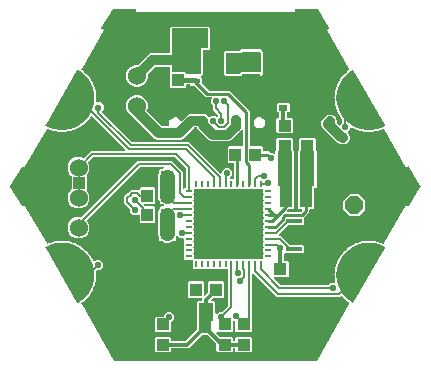
<source format=gbr>
G04 EAGLE Gerber RS-274X export*
G75*
%MOMM*%
%FSLAX34Y34*%
%LPD*%
%INBottom Copper*%
%IPPOS*%
%AMOC8*
5,1,8,0,0,1.08239X$1,22.5*%
G01*
%ADD10R,1.300000X1.500000*%
%ADD11R,1.100000X1.000000*%
%ADD12P,1.649562X8X22.500000*%
%ADD13C,1.524000*%
%ADD14R,1.000000X1.100000*%
%ADD15R,0.550000X0.254000*%
%ADD16R,0.254000X0.550000*%
%ADD17R,5.600000X5.600000*%
%ADD18R,1.399997X0.400000*%
%ADD19R,0.800000X0.500000*%
%ADD20C,1.008000*%
%ADD21R,1.500000X1.300000*%
%ADD22R,0.700000X0.400000*%
%ADD23R,1.750000X2.500000*%
%ADD24C,1.530000*%
%ADD25C,1.000000*%
%ADD26C,0.750000*%
%ADD27C,0.812800*%
%ADD28C,0.304800*%
%ADD29C,0.406400*%
%ADD30C,0.609600*%
%ADD31C,0.203200*%
%ADD32C,0.554800*%
%ADD33C,0.254000*%
%ADD34C,1.270000*%
%ADD35C,0.152400*%

G36*
X96042Y67596D02*
X96042Y67596D01*
X96133Y67603D01*
X96163Y67616D01*
X96195Y67621D01*
X96276Y67664D01*
X96360Y67699D01*
X96392Y67725D01*
X96412Y67736D01*
X96435Y67759D01*
X96491Y67804D01*
X98026Y69339D01*
X100714Y69339D01*
X100817Y69356D01*
X100921Y69368D01*
X100938Y69376D01*
X100956Y69379D01*
X101049Y69428D01*
X101144Y69472D01*
X101157Y69485D01*
X101174Y69494D01*
X101246Y69570D01*
X101322Y69643D01*
X101330Y69659D01*
X101343Y69672D01*
X101387Y69767D01*
X101436Y69860D01*
X101439Y69879D01*
X101447Y69895D01*
X101458Y69999D01*
X101475Y70103D01*
X101472Y70126D01*
X101474Y70140D01*
X101467Y70171D01*
X101456Y70270D01*
X101419Y70433D01*
X101405Y70465D01*
X101400Y70499D01*
X101359Y70578D01*
X101326Y70660D01*
X101303Y70687D01*
X101287Y70718D01*
X101233Y70776D01*
X101185Y71417D01*
X101177Y71449D01*
X101168Y71530D01*
X101025Y72154D01*
X101047Y72222D01*
X101081Y72305D01*
X101084Y72339D01*
X101094Y72372D01*
X101100Y72540D01*
X100935Y74738D01*
X100927Y74771D01*
X100927Y74806D01*
X100898Y74890D01*
X100877Y74977D01*
X100858Y75006D01*
X100847Y75039D01*
X100802Y75104D01*
X100850Y75746D01*
X100847Y75779D01*
X100850Y75860D01*
X100802Y76499D01*
X100834Y76563D01*
X100880Y76639D01*
X100888Y76673D01*
X100903Y76704D01*
X100934Y76869D01*
X101098Y79067D01*
X101095Y79101D01*
X101100Y79136D01*
X101084Y79223D01*
X101077Y79312D01*
X101063Y79343D01*
X101057Y79378D01*
X101022Y79449D01*
X101165Y80077D01*
X101167Y80110D01*
X101182Y80189D01*
X101230Y80828D01*
X101270Y80887D01*
X101328Y80955D01*
X101340Y80987D01*
X101360Y81016D01*
X101415Y81174D01*
X101905Y83323D01*
X101907Y83358D01*
X101917Y83391D01*
X101915Y83480D01*
X101920Y83569D01*
X101911Y83602D01*
X101910Y83637D01*
X101886Y83712D01*
X102121Y84312D01*
X102128Y84344D01*
X102155Y84420D01*
X102297Y85045D01*
X102347Y85097D01*
X102413Y85156D01*
X102430Y85186D01*
X102454Y85211D01*
X102532Y85360D01*
X103337Y87412D01*
X103344Y87446D01*
X103359Y87477D01*
X103370Y87565D01*
X103389Y87652D01*
X103385Y87687D01*
X103389Y87721D01*
X103377Y87800D01*
X103698Y88357D01*
X103710Y88388D01*
X103748Y88460D01*
X103982Y89056D01*
X104038Y89100D01*
X104113Y89148D01*
X104134Y89175D01*
X104162Y89197D01*
X104261Y89332D01*
X105362Y91241D01*
X105375Y91274D01*
X105394Y91302D01*
X105418Y91388D01*
X105449Y91471D01*
X105451Y91506D01*
X105460Y91539D01*
X105460Y91619D01*
X105861Y92122D01*
X105877Y92151D01*
X105925Y92216D01*
X106245Y92771D01*
X106307Y92806D01*
X106388Y92843D01*
X106414Y92866D01*
X106444Y92883D01*
X106562Y93002D01*
X107936Y94726D01*
X107953Y94756D01*
X107976Y94782D01*
X108013Y94863D01*
X108056Y94941D01*
X108063Y94975D01*
X108077Y95006D01*
X108088Y95085D01*
X108560Y95523D01*
X108580Y95549D01*
X108637Y95606D01*
X109037Y96107D01*
X109104Y96133D01*
X109189Y96157D01*
X109218Y96176D01*
X109250Y96189D01*
X109385Y96289D01*
X111000Y97788D01*
X111022Y97816D01*
X111049Y97837D01*
X111096Y97912D01*
X111151Y97983D01*
X111163Y98015D01*
X111181Y98045D01*
X111204Y98120D01*
X111736Y98483D01*
X111760Y98506D01*
X111825Y98554D01*
X112294Y98990D01*
X112364Y99005D01*
X112453Y99016D01*
X112484Y99031D01*
X112518Y99039D01*
X112666Y99117D01*
X114487Y100360D01*
X114512Y100384D01*
X114542Y100401D01*
X114600Y100468D01*
X114665Y100529D01*
X114681Y100560D01*
X114704Y100586D01*
X114738Y100658D01*
X115318Y100937D01*
X115345Y100956D01*
X115416Y100994D01*
X115945Y101355D01*
X116017Y101360D01*
X116106Y101358D01*
X116139Y101368D01*
X116174Y101370D01*
X116332Y101426D01*
X118317Y102383D01*
X118346Y102403D01*
X118378Y102415D01*
X118446Y102473D01*
X118519Y102524D01*
X118539Y102552D01*
X118566Y102574D01*
X118610Y102640D01*
X119225Y102830D01*
X119255Y102845D01*
X119331Y102871D01*
X119908Y103150D01*
X119980Y103144D01*
X120067Y103128D01*
X120101Y103133D01*
X120136Y103130D01*
X120301Y103162D01*
X122407Y103812D01*
X122438Y103828D01*
X122472Y103836D01*
X122548Y103882D01*
X122627Y103922D01*
X122651Y103946D01*
X122681Y103965D01*
X122735Y104023D01*
X123371Y104119D01*
X123403Y104129D01*
X123482Y104144D01*
X124094Y104333D01*
X124164Y104317D01*
X124248Y104289D01*
X124283Y104289D01*
X124317Y104281D01*
X124484Y104287D01*
X126664Y104616D01*
X126697Y104627D01*
X126731Y104630D01*
X126813Y104665D01*
X126898Y104692D01*
X126926Y104713D01*
X126958Y104726D01*
X127019Y104776D01*
X127663Y104776D01*
X127696Y104781D01*
X127777Y104784D01*
X128410Y104880D01*
X128476Y104853D01*
X128555Y104813D01*
X128590Y104808D01*
X128622Y104795D01*
X128789Y104776D01*
X130993Y104777D01*
X131027Y104783D01*
X131062Y104780D01*
X131148Y104802D01*
X131235Y104817D01*
X131266Y104833D01*
X131300Y104842D01*
X131368Y104882D01*
X132005Y104786D01*
X132038Y104786D01*
X132118Y104777D01*
X132759Y104778D01*
X132821Y104741D01*
X132893Y104689D01*
X132926Y104679D01*
X132956Y104662D01*
X133118Y104618D01*
X135298Y104291D01*
X135332Y104291D01*
X135366Y104283D01*
X135454Y104293D01*
X135543Y104294D01*
X135576Y104305D01*
X135611Y104309D01*
X135685Y104338D01*
X136300Y104149D01*
X136332Y104144D01*
X136411Y104123D01*
X137044Y104028D01*
X137100Y103983D01*
X137163Y103921D01*
X137194Y103906D01*
X137221Y103884D01*
X137375Y103817D01*
X139482Y103168D01*
X139516Y103163D01*
X139548Y103151D01*
X139637Y103147D01*
X139725Y103135D01*
X139759Y103141D01*
X139794Y103139D01*
X139871Y103157D01*
X140451Y102878D01*
X140483Y102869D01*
X140557Y102837D01*
X141169Y102648D01*
X141218Y102595D01*
X141271Y102524D01*
X141300Y102505D01*
X141323Y102479D01*
X141466Y102390D01*
X141978Y102143D01*
X142087Y102111D01*
X142197Y102076D01*
X142206Y102077D01*
X142214Y102074D01*
X142329Y102078D01*
X142443Y102080D01*
X142451Y102083D01*
X142460Y102083D01*
X142567Y102124D01*
X142675Y102162D01*
X142682Y102168D01*
X142690Y102171D01*
X142779Y102243D01*
X142868Y102314D01*
X142875Y102322D01*
X142880Y102327D01*
X142893Y102347D01*
X142968Y102449D01*
X161779Y135032D01*
X163416Y133902D01*
X163443Y133890D01*
X163465Y133872D01*
X163534Y133852D01*
X163599Y133824D01*
X163628Y133823D01*
X163656Y133815D01*
X163727Y133823D01*
X163798Y133823D01*
X163825Y133834D01*
X163854Y133837D01*
X163916Y133873D01*
X163981Y133900D01*
X164002Y133921D01*
X164027Y133935D01*
X164090Y134012D01*
X164120Y134043D01*
X164124Y134053D01*
X164133Y134063D01*
X173633Y150563D01*
X173643Y150595D01*
X173652Y150608D01*
X173656Y150633D01*
X173657Y150636D01*
X173688Y150707D01*
X173688Y150730D01*
X173696Y150752D01*
X173690Y150829D01*
X173691Y150906D01*
X173681Y150930D01*
X173680Y150950D01*
X173659Y150990D01*
X173633Y151062D01*
X164133Y167562D01*
X164114Y167583D01*
X164101Y167610D01*
X164048Y167657D01*
X164001Y167711D01*
X163975Y167723D01*
X163954Y167743D01*
X163886Y167766D01*
X163822Y167797D01*
X163793Y167798D01*
X163766Y167807D01*
X163694Y167803D01*
X163623Y167806D01*
X163596Y167796D01*
X163567Y167794D01*
X163477Y167751D01*
X163437Y167737D01*
X163429Y167729D01*
X163416Y167723D01*
X161779Y166593D01*
X142968Y199176D01*
X142895Y199265D01*
X142825Y199355D01*
X142818Y199360D01*
X142812Y199367D01*
X142715Y199428D01*
X142620Y199490D01*
X142611Y199493D01*
X142604Y199497D01*
X142492Y199524D01*
X142382Y199553D01*
X142373Y199553D01*
X142365Y199555D01*
X142251Y199545D01*
X142137Y199537D01*
X142127Y199534D01*
X142120Y199533D01*
X142098Y199524D01*
X141978Y199482D01*
X141466Y199235D01*
X141437Y199215D01*
X141405Y199202D01*
X141337Y199145D01*
X141264Y199094D01*
X141244Y199066D01*
X141217Y199043D01*
X141172Y198978D01*
X140557Y198788D01*
X140528Y198774D01*
X140451Y198747D01*
X139874Y198469D01*
X139803Y198475D01*
X139715Y198491D01*
X139681Y198485D01*
X139647Y198488D01*
X139482Y198457D01*
X137375Y197808D01*
X137344Y197792D01*
X137310Y197785D01*
X137235Y197738D01*
X137155Y197698D01*
X137130Y197674D01*
X137101Y197656D01*
X137047Y197597D01*
X136411Y197502D01*
X136379Y197492D01*
X136300Y197476D01*
X135688Y197288D01*
X135618Y197304D01*
X135534Y197333D01*
X135499Y197333D01*
X135465Y197341D01*
X135298Y197334D01*
X133118Y197007D01*
X133085Y196996D01*
X133050Y196993D01*
X132968Y196958D01*
X132884Y196931D01*
X132856Y196911D01*
X132824Y196897D01*
X132762Y196847D01*
X132118Y196848D01*
X132086Y196842D01*
X132005Y196839D01*
X131372Y196744D01*
X131305Y196771D01*
X131226Y196811D01*
X131192Y196816D01*
X131159Y196829D01*
X130993Y196848D01*
X128789Y196849D01*
X128754Y196843D01*
X128720Y196846D01*
X128634Y196823D01*
X128546Y196809D01*
X128515Y196793D01*
X128482Y196784D01*
X128413Y196744D01*
X127777Y196841D01*
X127744Y196840D01*
X127663Y196849D01*
X127023Y196849D01*
X126961Y196886D01*
X126889Y196938D01*
X126856Y196948D01*
X126826Y196965D01*
X126664Y197009D01*
X124484Y197338D01*
X124449Y197337D01*
X124416Y197345D01*
X124327Y197336D01*
X124238Y197335D01*
X124206Y197323D01*
X124171Y197320D01*
X124097Y197291D01*
X123482Y197481D01*
X123450Y197485D01*
X123371Y197506D01*
X122738Y197602D01*
X122683Y197647D01*
X122619Y197709D01*
X122588Y197724D01*
X122561Y197746D01*
X122407Y197813D01*
X120301Y198463D01*
X120266Y198468D01*
X120234Y198480D01*
X120145Y198485D01*
X120057Y198497D01*
X120023Y198490D01*
X119988Y198492D01*
X119911Y198474D01*
X119331Y198754D01*
X119300Y198763D01*
X119225Y198795D01*
X118613Y198984D01*
X118565Y199037D01*
X118511Y199108D01*
X118483Y199128D01*
X118459Y199153D01*
X118317Y199242D01*
X116332Y200199D01*
X116299Y200209D01*
X116268Y200226D01*
X116181Y200244D01*
X116096Y200269D01*
X116061Y200267D01*
X116027Y200274D01*
X115948Y200268D01*
X115532Y200552D01*
X115531Y200552D01*
X115531Y200553D01*
X115426Y200602D01*
X115309Y200656D01*
X115308Y200656D01*
X115308Y200657D01*
X115190Y200670D01*
X115064Y200684D01*
X115063Y200684D01*
X114945Y200658D01*
X114824Y200632D01*
X114823Y200632D01*
X114823Y200631D01*
X114721Y200570D01*
X114613Y200506D01*
X114612Y200505D01*
X114532Y200412D01*
X114452Y200319D01*
X114452Y200318D01*
X114397Y200182D01*
X114360Y200091D01*
X114360Y200090D01*
X114341Y199923D01*
X114341Y199159D01*
X112100Y196918D01*
X112088Y196902D01*
X112073Y196889D01*
X112017Y196802D01*
X111956Y196718D01*
X111950Y196699D01*
X111940Y196682D01*
X111914Y196582D01*
X111884Y196483D01*
X111884Y196463D01*
X111880Y196444D01*
X111888Y196341D01*
X111890Y196237D01*
X111897Y196218D01*
X111899Y196199D01*
X111939Y196104D01*
X111975Y196006D01*
X111987Y195990D01*
X111995Y195972D01*
X112100Y195841D01*
X112305Y195637D01*
X112688Y195253D01*
X112944Y194635D01*
X112979Y194579D01*
X113004Y194519D01*
X113056Y194454D01*
X113074Y194426D01*
X113089Y194414D01*
X113109Y194388D01*
X113225Y194272D01*
X113225Y194109D01*
X113235Y194044D01*
X113236Y193978D01*
X113259Y193898D01*
X113264Y193866D01*
X113274Y193849D01*
X113283Y193817D01*
X113539Y193199D01*
X113539Y190976D01*
X113283Y190358D01*
X113273Y190316D01*
X113259Y190286D01*
X113257Y190266D01*
X113243Y190233D01*
X113234Y190150D01*
X113227Y190118D01*
X113228Y190099D01*
X113225Y190066D01*
X113225Y189903D01*
X113109Y189787D01*
X113071Y189734D01*
X113025Y189687D01*
X112985Y189614D01*
X112965Y189587D01*
X112960Y189569D01*
X112944Y189540D01*
X112688Y188922D01*
X111116Y187350D01*
X110498Y187094D01*
X110442Y187059D01*
X110382Y187033D01*
X110317Y186981D01*
X110289Y186964D01*
X110276Y186949D01*
X110251Y186929D01*
X110135Y186813D01*
X109971Y186813D01*
X109907Y186802D01*
X109841Y186802D01*
X109761Y186778D01*
X109728Y186773D01*
X109711Y186764D01*
X109680Y186755D01*
X109062Y186499D01*
X106838Y186499D01*
X106220Y186755D01*
X106156Y186770D01*
X106096Y186794D01*
X106013Y186803D01*
X105981Y186811D01*
X105961Y186809D01*
X105929Y186813D01*
X105759Y186813D01*
X105728Y186835D01*
X105681Y186881D01*
X105609Y186921D01*
X105582Y186940D01*
X105563Y186946D01*
X105535Y186961D01*
X103413Y187840D01*
X90393Y200860D01*
X89542Y202915D01*
X89542Y205138D01*
X90393Y207192D01*
X93993Y210792D01*
X94611Y211048D01*
X94667Y211083D01*
X94727Y211108D01*
X94792Y211160D01*
X94820Y211178D01*
X94832Y211193D01*
X94858Y211213D01*
X94974Y211329D01*
X95137Y211329D01*
X95202Y211339D01*
X95268Y211340D01*
X95348Y211363D01*
X95380Y211368D01*
X95397Y211378D01*
X95429Y211387D01*
X96047Y211643D01*
X98270Y211643D01*
X98888Y211387D01*
X98952Y211372D01*
X99013Y211347D01*
X99096Y211338D01*
X99128Y211330D01*
X99147Y211332D01*
X99180Y211329D01*
X99343Y211329D01*
X99459Y211213D01*
X99512Y211175D01*
X99559Y211129D01*
X99632Y211089D01*
X99659Y211069D01*
X99677Y211064D01*
X99706Y211048D01*
X100324Y210792D01*
X101896Y209220D01*
X102152Y208602D01*
X102187Y208546D01*
X102213Y208486D01*
X102265Y208421D01*
X102282Y208393D01*
X102297Y208380D01*
X102318Y208355D01*
X102433Y208239D01*
X102433Y208075D01*
X102444Y208010D01*
X102444Y207945D01*
X102468Y207865D01*
X102473Y207832D01*
X102482Y207815D01*
X102491Y207784D01*
X102747Y207166D01*
X102747Y204923D01*
X102731Y204854D01*
X102702Y204740D01*
X102703Y204734D01*
X102702Y204728D01*
X102713Y204612D01*
X102722Y204495D01*
X102724Y204489D01*
X102725Y204483D01*
X102773Y204376D01*
X102818Y204269D01*
X102823Y204263D01*
X102825Y204258D01*
X102837Y204245D01*
X102923Y204138D01*
X104504Y202557D01*
X104520Y202545D01*
X104532Y202530D01*
X104620Y202474D01*
X104703Y202413D01*
X104722Y202408D01*
X104739Y202397D01*
X104840Y202371D01*
X104939Y202341D01*
X104958Y202342D01*
X104978Y202337D01*
X105081Y202345D01*
X105184Y202347D01*
X105203Y202354D01*
X105223Y202356D01*
X105318Y202396D01*
X105415Y202432D01*
X105431Y202444D01*
X105449Y202452D01*
X105580Y202557D01*
X107279Y204256D01*
X107332Y204330D01*
X107392Y204399D01*
X107404Y204429D01*
X107423Y204455D01*
X107449Y204543D01*
X107483Y204627D01*
X107488Y204668D01*
X107495Y204690D01*
X107494Y204723D01*
X107502Y204794D01*
X107502Y207177D01*
X107494Y207225D01*
X107496Y207274D01*
X107474Y207346D01*
X107462Y207420D01*
X107439Y207463D01*
X107425Y207510D01*
X107358Y207617D01*
X107347Y207637D01*
X107342Y207642D01*
X107336Y207652D01*
X106562Y208623D01*
X106537Y208646D01*
X106517Y208675D01*
X106446Y208728D01*
X106380Y208788D01*
X106348Y208802D01*
X106320Y208823D01*
X106246Y208851D01*
X105925Y209409D01*
X105904Y209434D01*
X105861Y209503D01*
X105462Y210004D01*
X105452Y210075D01*
X105447Y210164D01*
X105435Y210196D01*
X105430Y210230D01*
X105362Y210384D01*
X104261Y212293D01*
X104239Y212320D01*
X104224Y212351D01*
X104161Y212415D01*
X104105Y212483D01*
X104076Y212502D01*
X104052Y212527D01*
X103983Y212566D01*
X103748Y213165D01*
X103731Y213194D01*
X103730Y213197D01*
X103729Y213198D01*
X103728Y213200D01*
X103698Y213268D01*
X103378Y213823D01*
X103379Y213894D01*
X103388Y213983D01*
X103380Y214017D01*
X103381Y214051D01*
X103337Y214213D01*
X102532Y216265D01*
X102515Y216295D01*
X102504Y216328D01*
X102452Y216400D01*
X102407Y216477D01*
X102380Y216500D01*
X102360Y216528D01*
X102298Y216577D01*
X102155Y217204D01*
X102143Y217235D01*
X102121Y217313D01*
X101888Y217909D01*
X101899Y217980D01*
X101921Y218066D01*
X101918Y218101D01*
X101924Y218135D01*
X101905Y218302D01*
X101415Y220451D01*
X101402Y220483D01*
X101397Y220517D01*
X101356Y220596D01*
X101322Y220679D01*
X101300Y220705D01*
X101284Y220736D01*
X101230Y220794D01*
X101182Y221436D01*
X101174Y221468D01*
X101165Y221548D01*
X101023Y222173D01*
X101044Y222241D01*
X101079Y222323D01*
X101082Y222358D01*
X101092Y222391D01*
X101098Y222558D01*
X100934Y224756D01*
X100926Y224790D01*
X100926Y224825D01*
X100897Y224909D01*
X100876Y224995D01*
X100858Y225025D01*
X100847Y225058D01*
X100802Y225123D01*
X100850Y225765D01*
X100847Y225798D01*
X100850Y225879D01*
X100803Y226517D01*
X100834Y226582D01*
X100881Y226658D01*
X100889Y226691D01*
X100904Y226722D01*
X100935Y226887D01*
X101100Y229085D01*
X101097Y229120D01*
X101102Y229154D01*
X101087Y229242D01*
X101079Y229330D01*
X101065Y229362D01*
X101059Y229396D01*
X101024Y229468D01*
X101168Y230095D01*
X101170Y230128D01*
X101185Y230208D01*
X101233Y230846D01*
X101274Y230905D01*
X101331Y230973D01*
X101344Y231005D01*
X101363Y231034D01*
X101419Y231192D01*
X101910Y233341D01*
X101912Y233376D01*
X101922Y233409D01*
X101919Y233498D01*
X101925Y233587D01*
X101916Y233620D01*
X101915Y233655D01*
X101892Y233731D01*
X102127Y234330D01*
X102134Y234362D01*
X102160Y234438D01*
X102303Y235063D01*
X102352Y235115D01*
X102419Y235174D01*
X102436Y235204D01*
X102460Y235229D01*
X102538Y235377D01*
X103344Y237429D01*
X103352Y237463D01*
X103367Y237494D01*
X103377Y237582D01*
X103396Y237669D01*
X103392Y237704D01*
X103396Y237738D01*
X103385Y237817D01*
X103707Y238374D01*
X103718Y238405D01*
X103756Y238476D01*
X103990Y239072D01*
X104047Y239117D01*
X104121Y239165D01*
X104143Y239192D01*
X104170Y239213D01*
X104270Y239348D01*
X105372Y241257D01*
X105385Y241289D01*
X105404Y241318D01*
X105428Y241404D01*
X105459Y241487D01*
X105461Y241522D01*
X105470Y241555D01*
X105470Y241634D01*
X105871Y242137D01*
X105884Y242161D01*
X105901Y242179D01*
X105910Y242197D01*
X105935Y242232D01*
X106256Y242786D01*
X106318Y242821D01*
X106399Y242858D01*
X106425Y242881D01*
X106455Y242898D01*
X106573Y243017D01*
X107948Y244740D01*
X107965Y244770D01*
X107989Y244796D01*
X108025Y244877D01*
X108068Y244955D01*
X108075Y244989D01*
X108089Y245020D01*
X108101Y245099D01*
X108573Y245536D01*
X108593Y245562D01*
X108650Y245620D01*
X109050Y246120D01*
X109116Y246146D01*
X109202Y246170D01*
X109231Y246190D01*
X109263Y246202D01*
X109398Y246302D01*
X111014Y247800D01*
X111036Y247828D01*
X111063Y247849D01*
X111111Y247924D01*
X111165Y247995D01*
X111177Y248027D01*
X111195Y248057D01*
X111219Y248132D01*
X111751Y248495D01*
X111775Y248518D01*
X111840Y248566D01*
X112309Y249001D01*
X112379Y249016D01*
X112467Y249027D01*
X112499Y249043D01*
X112533Y249050D01*
X112681Y249128D01*
X113136Y249439D01*
X113219Y249518D01*
X113304Y249595D01*
X113308Y249602D01*
X113314Y249608D01*
X113368Y249709D01*
X113423Y249809D01*
X113425Y249818D01*
X113429Y249826D01*
X113448Y249939D01*
X113468Y250051D01*
X113467Y250060D01*
X113469Y250068D01*
X113450Y250182D01*
X113434Y250295D01*
X113430Y250304D01*
X113429Y250311D01*
X113418Y250331D01*
X113367Y250448D01*
X94556Y283030D01*
X96314Y283861D01*
X96336Y283878D01*
X96363Y283888D01*
X96415Y283937D01*
X96473Y283980D01*
X96487Y284005D01*
X96508Y284025D01*
X96537Y284090D01*
X96573Y284152D01*
X96576Y284181D01*
X96588Y284207D01*
X96589Y284279D01*
X96598Y284349D01*
X96590Y284377D01*
X96591Y284406D01*
X96555Y284500D01*
X96544Y284541D01*
X96537Y284549D01*
X96533Y284562D01*
X87033Y301062D01*
X86981Y301120D01*
X86935Y301183D01*
X86916Y301194D01*
X86901Y301211D01*
X86831Y301244D01*
X86764Y301284D01*
X86740Y301288D01*
X86722Y301297D01*
X86677Y301299D01*
X86600Y301312D01*
X67600Y301312D01*
X67572Y301306D01*
X67544Y301309D01*
X67476Y301286D01*
X67405Y301272D01*
X67382Y301256D01*
X67355Y301247D01*
X67300Y301200D01*
X67241Y301160D01*
X67226Y301136D01*
X67205Y301117D01*
X67173Y301053D01*
X67134Y300992D01*
X67129Y300964D01*
X67117Y300939D01*
X67108Y300837D01*
X67101Y300796D01*
X67103Y300786D01*
X67102Y300773D01*
X67258Y298812D01*
X-67258Y298812D01*
X-67102Y300773D01*
X-67106Y300801D01*
X-67101Y300829D01*
X-67118Y300899D01*
X-67126Y300970D01*
X-67141Y300995D01*
X-67147Y301022D01*
X-67190Y301080D01*
X-67226Y301143D01*
X-67248Y301160D01*
X-67265Y301183D01*
X-67327Y301219D01*
X-67384Y301263D01*
X-67412Y301270D01*
X-67436Y301284D01*
X-67536Y301301D01*
X-67577Y301311D01*
X-67587Y301310D01*
X-67600Y301312D01*
X-86600Y301312D01*
X-86676Y301296D01*
X-86754Y301288D01*
X-86773Y301277D01*
X-86795Y301272D01*
X-86859Y301228D01*
X-86927Y301190D01*
X-86943Y301171D01*
X-86959Y301160D01*
X-86983Y301122D01*
X-87033Y301062D01*
X-96533Y284562D01*
X-96542Y284534D01*
X-96558Y284511D01*
X-96573Y284441D01*
X-96596Y284373D01*
X-96593Y284345D01*
X-96599Y284316D01*
X-96586Y284246D01*
X-96580Y284175D01*
X-96567Y284149D01*
X-96561Y284121D01*
X-96521Y284062D01*
X-96488Y283998D01*
X-96466Y283980D01*
X-96450Y283956D01*
X-96367Y283899D01*
X-96335Y283872D01*
X-96324Y283869D01*
X-96314Y283861D01*
X-94556Y283030D01*
X-113367Y250448D01*
X-113407Y250341D01*
X-113450Y250235D01*
X-113451Y250226D01*
X-113454Y250218D01*
X-113458Y250104D01*
X-113465Y249990D01*
X-113462Y249981D01*
X-113463Y249972D01*
X-113430Y249863D01*
X-113400Y249752D01*
X-113395Y249745D01*
X-113393Y249737D01*
X-113327Y249643D01*
X-113263Y249548D01*
X-113255Y249541D01*
X-113251Y249535D01*
X-113233Y249522D01*
X-113136Y249439D01*
X-112681Y249128D01*
X-112649Y249114D01*
X-112622Y249092D01*
X-112538Y249062D01*
X-112458Y249025D01*
X-112423Y249021D01*
X-112391Y249009D01*
X-112312Y249003D01*
X-111840Y248566D01*
X-111812Y248548D01*
X-111751Y248495D01*
X-111221Y248134D01*
X-111191Y248069D01*
X-111160Y247986D01*
X-111139Y247959D01*
X-111124Y247927D01*
X-111014Y247800D01*
X-109398Y246302D01*
X-109369Y246283D01*
X-109345Y246257D01*
X-109267Y246215D01*
X-109193Y246166D01*
X-109160Y246157D01*
X-109129Y246140D01*
X-109052Y246123D01*
X-108650Y245620D01*
X-108626Y245598D01*
X-108573Y245536D01*
X-108103Y245101D01*
X-108083Y245032D01*
X-108065Y244945D01*
X-108048Y244915D01*
X-108038Y244882D01*
X-107948Y244740D01*
X-106573Y243017D01*
X-106548Y242994D01*
X-106528Y242965D01*
X-106457Y242912D01*
X-106391Y242852D01*
X-106359Y242838D01*
X-106331Y242818D01*
X-106257Y242789D01*
X-105935Y242232D01*
X-105914Y242206D01*
X-105871Y242137D01*
X-105472Y241637D01*
X-105462Y241566D01*
X-105457Y241477D01*
X-105445Y241445D01*
X-105440Y241411D01*
X-105372Y241257D01*
X-104270Y239348D01*
X-104248Y239321D01*
X-104232Y239290D01*
X-104170Y239227D01*
X-104114Y239158D01*
X-104084Y239140D01*
X-104060Y239115D01*
X-103991Y239075D01*
X-103756Y238476D01*
X-103739Y238448D01*
X-103707Y238374D01*
X-103386Y237819D01*
X-103387Y237748D01*
X-103396Y237659D01*
X-103388Y237625D01*
X-103388Y237591D01*
X-103344Y237429D01*
X-102538Y235377D01*
X-102521Y235347D01*
X-102510Y235314D01*
X-102458Y235242D01*
X-102413Y235166D01*
X-102386Y235143D01*
X-102366Y235115D01*
X-102304Y235066D01*
X-102160Y234438D01*
X-102148Y234408D01*
X-102127Y234330D01*
X-101893Y233734D01*
X-101904Y233663D01*
X-101926Y233577D01*
X-101923Y233542D01*
X-101929Y233508D01*
X-101910Y233341D01*
X-101419Y231192D01*
X-101405Y231160D01*
X-101400Y231126D01*
X-101359Y231047D01*
X-101326Y230965D01*
X-101303Y230938D01*
X-101287Y230907D01*
X-101233Y230849D01*
X-101185Y230208D01*
X-101177Y230176D01*
X-101168Y230095D01*
X-101025Y229471D01*
X-101047Y229403D01*
X-101081Y229320D01*
X-101084Y229286D01*
X-101094Y229253D01*
X-101100Y229085D01*
X-100935Y226887D01*
X-100927Y226854D01*
X-100927Y226819D01*
X-100898Y226735D01*
X-100877Y226648D01*
X-100858Y226619D01*
X-100847Y226586D01*
X-100802Y226521D01*
X-100850Y225879D01*
X-100847Y225846D01*
X-100848Y225824D01*
X-100849Y225820D01*
X-100848Y225819D01*
X-100850Y225765D01*
X-100802Y225126D01*
X-100834Y225062D01*
X-100880Y224986D01*
X-100888Y224952D01*
X-100903Y224921D01*
X-100934Y224756D01*
X-101087Y222709D01*
X-101083Y222661D01*
X-101088Y222613D01*
X-101072Y222539D01*
X-101065Y222464D01*
X-101046Y222420D01*
X-101036Y222373D01*
X-100997Y222308D01*
X-100967Y222239D01*
X-100934Y222203D01*
X-100909Y222162D01*
X-100852Y222113D01*
X-100801Y222057D01*
X-100759Y222033D01*
X-100723Y222002D01*
X-100652Y221974D01*
X-100587Y221937D01*
X-100539Y221928D01*
X-100494Y221910D01*
X-100367Y221896D01*
X-100345Y221892D01*
X-100338Y221893D01*
X-100328Y221891D01*
X-97252Y221891D01*
X-94734Y219373D01*
X-94734Y215812D01*
X-95788Y214758D01*
X-95800Y214742D01*
X-95816Y214729D01*
X-95872Y214642D01*
X-95932Y214558D01*
X-95938Y214539D01*
X-95949Y214522D01*
X-95974Y214422D01*
X-96004Y214323D01*
X-96004Y214303D01*
X-96009Y214284D01*
X-96001Y214181D01*
X-95998Y214077D01*
X-95991Y214059D01*
X-95989Y214039D01*
X-95949Y213944D01*
X-95913Y213846D01*
X-95901Y213831D01*
X-95893Y213812D01*
X-95788Y213681D01*
X-70608Y188501D01*
X-70534Y188448D01*
X-70465Y188389D01*
X-70434Y188376D01*
X-70408Y188358D01*
X-70321Y188331D01*
X-70236Y188297D01*
X-70196Y188292D01*
X-70173Y188285D01*
X-70141Y188286D01*
X-70070Y188278D01*
X-22494Y188278D01*
X3927Y161858D01*
X3985Y161816D01*
X4037Y161767D01*
X4084Y161745D01*
X4126Y161714D01*
X4195Y161693D01*
X4260Y161663D01*
X4312Y161657D01*
X4362Y161642D01*
X4433Y161644D01*
X4504Y161636D01*
X4555Y161647D01*
X4607Y161648D01*
X4675Y161673D01*
X4745Y161688D01*
X4790Y161715D01*
X4838Y161733D01*
X4894Y161778D01*
X4956Y161814D01*
X4990Y161854D01*
X5030Y161887D01*
X5069Y161947D01*
X5116Y162001D01*
X5135Y162050D01*
X5163Y162093D01*
X5181Y162163D01*
X5208Y162229D01*
X5216Y162301D01*
X5224Y162332D01*
X5222Y162355D01*
X5226Y162396D01*
X5226Y163706D01*
X7744Y166224D01*
X11306Y166224D01*
X13824Y163706D01*
X13824Y160144D01*
X12116Y158437D01*
X12074Y158379D01*
X12025Y158327D01*
X12003Y158279D01*
X11973Y158237D01*
X11951Y158169D01*
X11921Y158103D01*
X11916Y158052D01*
X11900Y158002D01*
X11902Y157930D01*
X11894Y157859D01*
X11905Y157808D01*
X11907Y157756D01*
X11931Y157689D01*
X11946Y157619D01*
X11973Y157574D01*
X11991Y157525D01*
X12036Y157469D01*
X12073Y157408D01*
X12112Y157374D01*
X12145Y157333D01*
X12205Y157294D01*
X12259Y157248D01*
X12308Y157228D01*
X12352Y157200D01*
X12421Y157183D01*
X12488Y157156D01*
X12559Y157148D01*
X12590Y157140D01*
X12613Y157142D01*
X12654Y157137D01*
X15059Y157137D01*
X15078Y157140D01*
X15098Y157138D01*
X15199Y157160D01*
X15301Y157177D01*
X15319Y157186D01*
X15338Y157191D01*
X15427Y157244D01*
X15519Y157292D01*
X15532Y157306D01*
X15549Y157317D01*
X15617Y157395D01*
X15688Y157470D01*
X15696Y157488D01*
X15709Y157504D01*
X15748Y157600D01*
X15792Y157693D01*
X15794Y157713D01*
X15801Y157732D01*
X15820Y157898D01*
X15820Y170014D01*
X15817Y170034D01*
X15819Y170053D01*
X15797Y170155D01*
X15780Y170257D01*
X15771Y170274D01*
X15766Y170294D01*
X15713Y170383D01*
X15665Y170474D01*
X15651Y170488D01*
X15640Y170505D01*
X15562Y170572D01*
X15487Y170644D01*
X15469Y170652D01*
X15453Y170665D01*
X15357Y170704D01*
X15264Y170747D01*
X15244Y170749D01*
X15225Y170757D01*
X15059Y170775D01*
X11268Y170775D01*
X10375Y171668D01*
X10375Y183932D01*
X11268Y184825D01*
X22550Y184825D01*
X22570Y184828D01*
X22589Y184826D01*
X22691Y184848D01*
X22793Y184864D01*
X22810Y184874D01*
X22830Y184878D01*
X22919Y184931D01*
X23010Y184980D01*
X23024Y184994D01*
X23041Y185004D01*
X23108Y185083D01*
X23180Y185158D01*
X23188Y185176D01*
X23201Y185191D01*
X23240Y185287D01*
X23283Y185381D01*
X23285Y185401D01*
X23293Y185419D01*
X23311Y185586D01*
X23311Y198144D01*
X23296Y198240D01*
X23286Y198337D01*
X23276Y198361D01*
X23272Y198386D01*
X23226Y198473D01*
X23186Y198561D01*
X23169Y198581D01*
X23156Y198604D01*
X23086Y198671D01*
X23020Y198743D01*
X22997Y198755D01*
X22978Y198773D01*
X22890Y198814D01*
X22804Y198861D01*
X22779Y198866D01*
X22755Y198877D01*
X22658Y198888D01*
X22562Y198905D01*
X22536Y198901D01*
X22511Y198904D01*
X22416Y198883D01*
X22319Y198869D01*
X22296Y198857D01*
X22270Y198852D01*
X22187Y198802D01*
X22100Y198758D01*
X22081Y198739D01*
X22059Y198725D01*
X21996Y198651D01*
X21928Y198582D01*
X21912Y198553D01*
X21899Y198539D01*
X21887Y198508D01*
X21847Y198435D01*
X21779Y198273D01*
X13226Y189719D01*
X11172Y188868D01*
X-2968Y188868D01*
X-5022Y189719D01*
X-15048Y199746D01*
X-15301Y200355D01*
X-15363Y200455D01*
X-15422Y200554D01*
X-15427Y200558D01*
X-15430Y200564D01*
X-15521Y200639D01*
X-15609Y200714D01*
X-15615Y200717D01*
X-15620Y200721D01*
X-15728Y200762D01*
X-15837Y200806D01*
X-15845Y200807D01*
X-15849Y200809D01*
X-15868Y200810D01*
X-16004Y200825D01*
X-17691Y200825D01*
X-17781Y200810D01*
X-17872Y200803D01*
X-17902Y200790D01*
X-17934Y200785D01*
X-18015Y200742D01*
X-18099Y200707D01*
X-18131Y200681D01*
X-18151Y200670D01*
X-18174Y200647D01*
X-18230Y200602D01*
X-27596Y191236D01*
X-29650Y190385D01*
X-48961Y190385D01*
X-51015Y191236D01*
X-70407Y210627D01*
X-70460Y210665D01*
X-70507Y210711D01*
X-70580Y210752D01*
X-70606Y210771D01*
X-70625Y210777D01*
X-70654Y210792D01*
X-71872Y211297D01*
X-74453Y213878D01*
X-75850Y217250D01*
X-75850Y220900D01*
X-74453Y224272D01*
X-71872Y226853D01*
X-68500Y228250D01*
X-64850Y228250D01*
X-61478Y226853D01*
X-58897Y224272D01*
X-57500Y220900D01*
X-57500Y217250D01*
X-58396Y215088D01*
X-58422Y214975D01*
X-58451Y214861D01*
X-58450Y214855D01*
X-58452Y214849D01*
X-58441Y214732D01*
X-58432Y214616D01*
X-58429Y214610D01*
X-58429Y214604D01*
X-58381Y214496D01*
X-58336Y214390D01*
X-58331Y214384D01*
X-58329Y214379D01*
X-58316Y214365D01*
X-58231Y214259D01*
X-45757Y201785D01*
X-45683Y201732D01*
X-45614Y201673D01*
X-45584Y201660D01*
X-45557Y201642D01*
X-45471Y201615D01*
X-45386Y201581D01*
X-45345Y201576D01*
X-45322Y201569D01*
X-45290Y201570D01*
X-45219Y201562D01*
X-39744Y201562D01*
X-39673Y201574D01*
X-39601Y201576D01*
X-39552Y201594D01*
X-39501Y201602D01*
X-39437Y201636D01*
X-39370Y201660D01*
X-39329Y201693D01*
X-39283Y201717D01*
X-39234Y201769D01*
X-39178Y201814D01*
X-39150Y201858D01*
X-39114Y201895D01*
X-39084Y201960D01*
X-39045Y202021D01*
X-39032Y202071D01*
X-39010Y202118D01*
X-39003Y202190D01*
X-38985Y202259D01*
X-38989Y202311D01*
X-38983Y202363D01*
X-38999Y202433D01*
X-39004Y202505D01*
X-39025Y202552D01*
X-39036Y202603D01*
X-39072Y202665D01*
X-39101Y202731D01*
X-39145Y202787D01*
X-39162Y202814D01*
X-39163Y202816D01*
X-39163Y206755D01*
X-36380Y209538D01*
X-32445Y209538D01*
X-29651Y206745D01*
X-29650Y206740D01*
X-29648Y206672D01*
X-29630Y206623D01*
X-29622Y206572D01*
X-29588Y206509D01*
X-29564Y206441D01*
X-29531Y206401D01*
X-29507Y206355D01*
X-29455Y206305D01*
X-29410Y206249D01*
X-29366Y206221D01*
X-29329Y206185D01*
X-29264Y206155D01*
X-29203Y206116D01*
X-29153Y206104D01*
X-29106Y206082D01*
X-29034Y206074D01*
X-28965Y206056D01*
X-28913Y206060D01*
X-28861Y206055D01*
X-28791Y206070D01*
X-28720Y206075D01*
X-28672Y206096D01*
X-28621Y206107D01*
X-28559Y206144D01*
X-28493Y206172D01*
X-28438Y206216D01*
X-28427Y206222D01*
X-28425Y206224D01*
X-28410Y206233D01*
X-28394Y206251D01*
X-28362Y206276D01*
X-23487Y211151D01*
X-21433Y212002D01*
X-9199Y212002D01*
X-8581Y211746D01*
X-8517Y211731D01*
X-8456Y211707D01*
X-8373Y211698D01*
X-8341Y211690D01*
X-8322Y211692D01*
X-8289Y211688D01*
X-7910Y211688D01*
X-7642Y211420D01*
X-7589Y211382D01*
X-7542Y211336D01*
X-7469Y211296D01*
X-7442Y211277D01*
X-7424Y211271D01*
X-7395Y211255D01*
X-7145Y211151D01*
X-5736Y209743D01*
X-5720Y209731D01*
X-5708Y209716D01*
X-5621Y209660D01*
X-5537Y209599D01*
X-5518Y209594D01*
X-5501Y209583D01*
X-5400Y209558D01*
X-5302Y209527D01*
X-5282Y209528D01*
X-5262Y209523D01*
X-5159Y209531D01*
X-5056Y209533D01*
X-5037Y209540D01*
X-5017Y209542D01*
X-4922Y209582D01*
X-4825Y209618D01*
X-4809Y209630D01*
X-4791Y209638D01*
X-4660Y209743D01*
X-3729Y210674D01*
X-168Y210674D01*
X1049Y209457D01*
X1065Y209445D01*
X1078Y209429D01*
X1165Y209373D01*
X1249Y209313D01*
X1268Y209307D01*
X1285Y209296D01*
X1385Y209271D01*
X1484Y209241D01*
X1504Y209241D01*
X1523Y209236D01*
X1626Y209244D01*
X1730Y209247D01*
X1749Y209254D01*
X1768Y209255D01*
X1863Y209296D01*
X1961Y209332D01*
X1977Y209344D01*
X1995Y209352D01*
X2126Y209457D01*
X2360Y209691D01*
X2413Y209765D01*
X2472Y209834D01*
X2485Y209864D01*
X2503Y209890D01*
X2530Y209977D01*
X2564Y210062D01*
X2569Y210103D01*
X2576Y210125D01*
X2575Y210158D01*
X2583Y210229D01*
X2583Y210910D01*
X2568Y211000D01*
X2561Y211091D01*
X2548Y211120D01*
X2543Y211152D01*
X2500Y211233D01*
X2465Y211317D01*
X2439Y211349D01*
X2428Y211370D01*
X2405Y211392D01*
X2360Y211448D01*
X-278Y214086D01*
X-1989Y215797D01*
X-1989Y218898D01*
X-2004Y218988D01*
X-2011Y219079D01*
X-2024Y219108D01*
X-2029Y219140D01*
X-2072Y219221D01*
X-2107Y219305D01*
X-2133Y219337D01*
X-2144Y219358D01*
X-2167Y219380D01*
X-2212Y219436D01*
X-3747Y220971D01*
X-3747Y224532D01*
X-3193Y225087D01*
X-3151Y225145D01*
X-3101Y225197D01*
X-3079Y225244D01*
X-3049Y225286D01*
X-3028Y225355D01*
X-2998Y225420D01*
X-2992Y225472D01*
X-2977Y225522D01*
X-2979Y225593D01*
X-2971Y225664D01*
X-2982Y225715D01*
X-2983Y225767D01*
X-3008Y225835D01*
X-3023Y225905D01*
X-3050Y225950D01*
X-3067Y225998D01*
X-3112Y226054D01*
X-3149Y226116D01*
X-3189Y226150D01*
X-3221Y226190D01*
X-3281Y226229D01*
X-3336Y226276D01*
X-3384Y226295D01*
X-3428Y226323D01*
X-3498Y226341D01*
X-3564Y226368D01*
X-3635Y226376D01*
X-3667Y226384D01*
X-3690Y226382D01*
X-3731Y226386D01*
X-7890Y226386D01*
X-17461Y235958D01*
X-17535Y236011D01*
X-17605Y236070D01*
X-17635Y236083D01*
X-17661Y236101D01*
X-17748Y236128D01*
X-17833Y236162D01*
X-17874Y236167D01*
X-17896Y236174D01*
X-17928Y236173D01*
X-18000Y236181D01*
X-18208Y236181D01*
X-18241Y236194D01*
X-18282Y236199D01*
X-18305Y236206D01*
X-18337Y236205D01*
X-18408Y236213D01*
X-20719Y236213D01*
X-21464Y236958D01*
X-21538Y237011D01*
X-21607Y237070D01*
X-21638Y237082D01*
X-21664Y237101D01*
X-21751Y237128D01*
X-21836Y237162D01*
X-21877Y237167D01*
X-21899Y237174D01*
X-21931Y237173D01*
X-22002Y237181D01*
X-23964Y237181D01*
X-23984Y237178D01*
X-24003Y237180D01*
X-24105Y237158D01*
X-24207Y237141D01*
X-24224Y237132D01*
X-24244Y237127D01*
X-24333Y237074D01*
X-24424Y237026D01*
X-24438Y237012D01*
X-24455Y237001D01*
X-24522Y236923D01*
X-24594Y236848D01*
X-24602Y236830D01*
X-24615Y236814D01*
X-24654Y236718D01*
X-24697Y236625D01*
X-24699Y236605D01*
X-24707Y236586D01*
X-24725Y236420D01*
X-24725Y235106D01*
X-25618Y234213D01*
X-37882Y234213D01*
X-38775Y235106D01*
X-38775Y238620D01*
X-38789Y238710D01*
X-38797Y238801D01*
X-38797Y242680D01*
X-38793Y242689D01*
X-38789Y242730D01*
X-38782Y242752D01*
X-38783Y242784D01*
X-38775Y242855D01*
X-38775Y246369D01*
X-38641Y246503D01*
X-38588Y246577D01*
X-38529Y246646D01*
X-38516Y246676D01*
X-38498Y246702D01*
X-38471Y246789D01*
X-38437Y246874D01*
X-38432Y246915D01*
X-38425Y246937D01*
X-38426Y246969D01*
X-38418Y247041D01*
X-38418Y251388D01*
X-38421Y251407D01*
X-38419Y251427D01*
X-38441Y251528D01*
X-38458Y251630D01*
X-38467Y251648D01*
X-38472Y251667D01*
X-38525Y251756D01*
X-38573Y251848D01*
X-38587Y251861D01*
X-38598Y251878D01*
X-38676Y251946D01*
X-38751Y252017D01*
X-38769Y252025D01*
X-38785Y252038D01*
X-38881Y252077D01*
X-38974Y252121D01*
X-38994Y252123D01*
X-39013Y252130D01*
X-39179Y252149D01*
X-50782Y252149D01*
X-50872Y252134D01*
X-50963Y252127D01*
X-50993Y252114D01*
X-51025Y252109D01*
X-51106Y252066D01*
X-51190Y252031D01*
X-51222Y252005D01*
X-51242Y251994D01*
X-51265Y251971D01*
X-51321Y251926D01*
X-57277Y245969D01*
X-57330Y245895D01*
X-57390Y245826D01*
X-57402Y245795D01*
X-57421Y245769D01*
X-57448Y245682D01*
X-57482Y245597D01*
X-57486Y245557D01*
X-57493Y245534D01*
X-57492Y245502D01*
X-57500Y245431D01*
X-57500Y242650D01*
X-58897Y239278D01*
X-61478Y236697D01*
X-64850Y235300D01*
X-68500Y235300D01*
X-71872Y236697D01*
X-74453Y239278D01*
X-75850Y242650D01*
X-75850Y246300D01*
X-74453Y249672D01*
X-71872Y252253D01*
X-68500Y253650D01*
X-65719Y253650D01*
X-65629Y253664D01*
X-65538Y253672D01*
X-65508Y253684D01*
X-65477Y253689D01*
X-65396Y253732D01*
X-65312Y253768D01*
X-65280Y253794D01*
X-65259Y253805D01*
X-65237Y253828D01*
X-65181Y253873D01*
X-56578Y262475D01*
X-54524Y263326D01*
X-39179Y263326D01*
X-39160Y263329D01*
X-39140Y263327D01*
X-39039Y263349D01*
X-38937Y263366D01*
X-38919Y263375D01*
X-38900Y263380D01*
X-38811Y263433D01*
X-38719Y263481D01*
X-38706Y263495D01*
X-38689Y263506D01*
X-38621Y263584D01*
X-38550Y263659D01*
X-38542Y263677D01*
X-38529Y263693D01*
X-38490Y263789D01*
X-38446Y263882D01*
X-38444Y263902D01*
X-38437Y263921D01*
X-38418Y264087D01*
X-38418Y284952D01*
X-37302Y286068D01*
X-5561Y286068D01*
X-4444Y284952D01*
X-4444Y267498D01*
X-5561Y266382D01*
X-10033Y266382D01*
X-10053Y266379D01*
X-10072Y266381D01*
X-10174Y266359D01*
X-10276Y266342D01*
X-10293Y266333D01*
X-10313Y266328D01*
X-10402Y266275D01*
X-10493Y266227D01*
X-10507Y266213D01*
X-10524Y266202D01*
X-10591Y266124D01*
X-10663Y266049D01*
X-10671Y266031D01*
X-10684Y266015D01*
X-10723Y265919D01*
X-10766Y265826D01*
X-10768Y265806D01*
X-10776Y265787D01*
X-10794Y265621D01*
X-10794Y245273D01*
X-12092Y243975D01*
X-12104Y243959D01*
X-12119Y243946D01*
X-12176Y243859D01*
X-12236Y243775D01*
X-12242Y243756D01*
X-12252Y243740D01*
X-12278Y243639D01*
X-12308Y243540D01*
X-12308Y243520D01*
X-12313Y243501D01*
X-12304Y243398D01*
X-12302Y243294D01*
X-12295Y243276D01*
X-12293Y243256D01*
X-12253Y243161D01*
X-12217Y243063D01*
X-12205Y243048D01*
X-12197Y243029D01*
X-12092Y242899D01*
X-11563Y242369D01*
X-11563Y238279D01*
X-11548Y238189D01*
X-11541Y238098D01*
X-11528Y238068D01*
X-11523Y238036D01*
X-11480Y237956D01*
X-11445Y237872D01*
X-11419Y237840D01*
X-11408Y237819D01*
X-11385Y237797D01*
X-11340Y237741D01*
X-5798Y232199D01*
X-5724Y232146D01*
X-5654Y232086D01*
X-5624Y232074D01*
X-5598Y232055D01*
X-5511Y232028D01*
X-5426Y231994D01*
X-5385Y231990D01*
X-5363Y231983D01*
X-5331Y231984D01*
X-5259Y231976D01*
X11689Y231976D01*
X28901Y214764D01*
X28901Y185586D01*
X28904Y185566D01*
X28902Y185547D01*
X28924Y185445D01*
X28940Y185343D01*
X28950Y185326D01*
X28954Y185306D01*
X29007Y185217D01*
X29056Y185126D01*
X29070Y185112D01*
X29080Y185095D01*
X29159Y185028D01*
X29234Y184956D01*
X29252Y184948D01*
X29267Y184935D01*
X29363Y184896D01*
X29457Y184853D01*
X29477Y184851D01*
X29495Y184843D01*
X29662Y184825D01*
X39532Y184825D01*
X40425Y183932D01*
X40425Y181356D01*
X40428Y181336D01*
X40426Y181317D01*
X40448Y181215D01*
X40464Y181113D01*
X40474Y181096D01*
X40478Y181076D01*
X40531Y180987D01*
X40580Y180896D01*
X40594Y180882D01*
X40604Y180865D01*
X40683Y180798D01*
X40758Y180726D01*
X40776Y180718D01*
X40791Y180705D01*
X40887Y180666D01*
X40981Y180623D01*
X41001Y180621D01*
X41019Y180613D01*
X41186Y180595D01*
X45170Y180595D01*
X46618Y179147D01*
X46692Y179094D01*
X46762Y179034D01*
X46792Y179022D01*
X46818Y179003D01*
X46905Y178976D01*
X46990Y178942D01*
X47031Y178938D01*
X47053Y178931D01*
X47085Y178932D01*
X47156Y178924D01*
X48968Y178924D01*
X49438Y178454D01*
X49497Y178412D01*
X49548Y178362D01*
X49596Y178340D01*
X49638Y178310D01*
X49706Y178289D01*
X49772Y178259D01*
X49823Y178253D01*
X49873Y178238D01*
X49945Y178240D01*
X50016Y178232D01*
X50067Y178243D01*
X50119Y178244D01*
X50186Y178269D01*
X50256Y178284D01*
X50301Y178311D01*
X50350Y178328D01*
X50406Y178373D01*
X50467Y178410D01*
X50501Y178450D01*
X50542Y178482D01*
X50581Y178542D01*
X50627Y178597D01*
X50647Y178645D01*
X50675Y178689D01*
X50692Y178759D01*
X50719Y178825D01*
X50727Y178896D01*
X50735Y178928D01*
X50733Y178951D01*
X50738Y178992D01*
X50738Y181169D01*
X51490Y181921D01*
X51543Y181995D01*
X51602Y182064D01*
X51614Y182095D01*
X51633Y182121D01*
X51660Y182208D01*
X51668Y182228D01*
X51685Y182263D01*
X51685Y182271D01*
X51694Y182293D01*
X51699Y182334D01*
X51706Y182356D01*
X51705Y182388D01*
X51713Y182459D01*
X51713Y190807D01*
X52606Y191700D01*
X64869Y191700D01*
X65762Y190807D01*
X65762Y182509D01*
X65777Y182419D01*
X65784Y182328D01*
X65797Y182299D01*
X65802Y182267D01*
X65845Y182186D01*
X65880Y182102D01*
X65906Y182070D01*
X65917Y182049D01*
X65940Y182027D01*
X65985Y181971D01*
X66787Y181169D01*
X66787Y132481D01*
X65894Y131588D01*
X62294Y131588D01*
X62204Y131573D01*
X62113Y131566D01*
X62083Y131553D01*
X62052Y131548D01*
X61971Y131505D01*
X61887Y131470D01*
X61855Y131444D01*
X61834Y131433D01*
X61812Y131410D01*
X61756Y131365D01*
X60817Y130426D01*
X60775Y130367D01*
X60726Y130315D01*
X60704Y130268D01*
X60673Y130226D01*
X60652Y130157D01*
X60622Y130092D01*
X60616Y130041D01*
X60601Y129991D01*
X60603Y129919D01*
X60595Y129848D01*
X60606Y129797D01*
X60607Y129745D01*
X60632Y129678D01*
X60647Y129608D01*
X60674Y129563D01*
X60692Y129514D01*
X60737Y129458D01*
X60773Y129396D01*
X60813Y129363D01*
X60846Y129322D01*
X60906Y129283D01*
X60960Y129237D01*
X61009Y129217D01*
X61052Y129189D01*
X61122Y129171D01*
X61188Y129145D01*
X61260Y129137D01*
X61291Y129129D01*
X61314Y129131D01*
X61355Y129126D01*
X71552Y129126D01*
X71642Y129141D01*
X71733Y129148D01*
X71763Y129161D01*
X71795Y129166D01*
X71875Y129208D01*
X71959Y129244D01*
X71992Y129270D01*
X72012Y129281D01*
X72034Y129304D01*
X72090Y129349D01*
X73029Y130288D01*
X73071Y130346D01*
X73121Y130398D01*
X73143Y130446D01*
X73173Y130488D01*
X73194Y130556D01*
X73224Y130622D01*
X73230Y130673D01*
X73245Y130723D01*
X73243Y130795D01*
X73251Y130866D01*
X73240Y130917D01*
X73239Y130969D01*
X73214Y131036D01*
X73199Y131106D01*
X73172Y131151D01*
X73155Y131200D01*
X73110Y131256D01*
X73073Y131317D01*
X73033Y131351D01*
X73001Y131392D01*
X72941Y131431D01*
X72886Y131477D01*
X72838Y131497D01*
X72794Y131525D01*
X72724Y131542D01*
X72658Y131569D01*
X72587Y131577D01*
X72555Y131585D01*
X72532Y131583D01*
X72491Y131588D01*
X70631Y131588D01*
X69738Y132481D01*
X69738Y181169D01*
X70540Y181971D01*
X70588Y182038D01*
X70590Y182040D01*
X70591Y182042D01*
X70593Y182045D01*
X70652Y182114D01*
X70664Y182145D01*
X70683Y182171D01*
X70710Y182258D01*
X70744Y182343D01*
X70749Y182384D01*
X70756Y182406D01*
X70755Y182438D01*
X70763Y182509D01*
X70763Y190807D01*
X71656Y191700D01*
X83919Y191700D01*
X84812Y190807D01*
X84812Y182459D01*
X84815Y182443D01*
X84813Y182429D01*
X84827Y182364D01*
X84834Y182278D01*
X84847Y182249D01*
X84852Y182217D01*
X84865Y182193D01*
X84866Y182188D01*
X84878Y182168D01*
X84895Y182136D01*
X84930Y182052D01*
X84956Y182020D01*
X84967Y181999D01*
X84990Y181977D01*
X85035Y181921D01*
X85787Y181169D01*
X85787Y150618D01*
X84894Y149725D01*
X84548Y149725D01*
X84529Y149722D01*
X84509Y149724D01*
X84408Y149702D01*
X84306Y149686D01*
X84288Y149676D01*
X84269Y149672D01*
X84180Y149619D01*
X84088Y149570D01*
X84075Y149556D01*
X84058Y149546D01*
X83990Y149467D01*
X83919Y149392D01*
X83911Y149374D01*
X83898Y149359D01*
X83859Y149263D01*
X83815Y149169D01*
X83813Y149149D01*
X83806Y149131D01*
X83787Y148964D01*
X83787Y132481D01*
X82894Y131588D01*
X80318Y131588D01*
X80299Y131585D01*
X80279Y131587D01*
X80178Y131565D01*
X80076Y131548D01*
X80058Y131539D01*
X80039Y131534D01*
X79950Y131481D01*
X79858Y131433D01*
X79845Y131419D01*
X79828Y131408D01*
X79760Y131330D01*
X79689Y131255D01*
X79681Y131237D01*
X79668Y131221D01*
X79629Y131125D01*
X79585Y131032D01*
X79583Y131012D01*
X79576Y130993D01*
X79557Y130827D01*
X79557Y128911D01*
X77697Y127051D01*
X75423Y124777D01*
X75369Y124703D01*
X75310Y124633D01*
X75298Y124603D01*
X75279Y124577D01*
X75252Y124490D01*
X75218Y124405D01*
X75214Y124364D01*
X75207Y124342D01*
X75208Y124310D01*
X75200Y124238D01*
X75200Y118906D01*
X74307Y118013D01*
X61596Y118013D01*
X61506Y117998D01*
X61415Y117991D01*
X61385Y117978D01*
X61353Y117973D01*
X61273Y117930D01*
X61189Y117895D01*
X61157Y117869D01*
X61136Y117858D01*
X61114Y117835D01*
X61058Y117790D01*
X53999Y110731D01*
X53668Y110400D01*
X53626Y110342D01*
X53577Y110290D01*
X53555Y110242D01*
X53524Y110200D01*
X53503Y110131D01*
X53473Y110066D01*
X53467Y110015D01*
X53452Y109965D01*
X53454Y109893D01*
X53446Y109822D01*
X53457Y109771D01*
X53458Y109719D01*
X53483Y109652D01*
X53498Y109582D01*
X53525Y109537D01*
X53543Y109488D01*
X53588Y109432D01*
X53624Y109371D01*
X53664Y109337D01*
X53696Y109296D01*
X53757Y109257D01*
X53811Y109211D01*
X53860Y109191D01*
X53903Y109163D01*
X53973Y109146D01*
X54039Y109119D01*
X54111Y109111D01*
X54142Y109103D01*
X54165Y109105D01*
X54206Y109100D01*
X55433Y109100D01*
X63248Y101285D01*
X63322Y101232D01*
X63392Y101173D01*
X63422Y101161D01*
X63448Y101142D01*
X63535Y101115D01*
X63620Y101081D01*
X63661Y101076D01*
X63683Y101069D01*
X63715Y101070D01*
X63786Y101062D01*
X74307Y101062D01*
X75200Y100169D01*
X75200Y94906D01*
X74307Y94013D01*
X58810Y94013D01*
X58790Y94010D01*
X58771Y94012D01*
X58669Y93990D01*
X58567Y93973D01*
X58550Y93964D01*
X58530Y93960D01*
X58441Y93906D01*
X58350Y93858D01*
X58336Y93844D01*
X58319Y93833D01*
X58252Y93755D01*
X58180Y93680D01*
X58172Y93662D01*
X58159Y93646D01*
X58120Y93550D01*
X58077Y93457D01*
X58075Y93437D01*
X58067Y93418D01*
X58049Y93252D01*
X58049Y88248D01*
X58052Y88229D01*
X58050Y88209D01*
X58072Y88108D01*
X58088Y88006D01*
X58098Y87988D01*
X58102Y87969D01*
X58155Y87880D01*
X58204Y87788D01*
X58218Y87775D01*
X58228Y87758D01*
X58307Y87690D01*
X58382Y87619D01*
X58400Y87611D01*
X58415Y87598D01*
X58511Y87559D01*
X58605Y87515D01*
X58625Y87513D01*
X58643Y87506D01*
X58810Y87487D01*
X61132Y87487D01*
X62025Y86594D01*
X62025Y75331D01*
X61132Y74438D01*
X50056Y74438D01*
X49985Y74426D01*
X49913Y74424D01*
X49864Y74406D01*
X49813Y74398D01*
X49750Y74364D01*
X49682Y74340D01*
X49642Y74307D01*
X49596Y74283D01*
X49546Y74231D01*
X49490Y74186D01*
X49462Y74142D01*
X49426Y74105D01*
X49396Y74040D01*
X49357Y73979D01*
X49344Y73929D01*
X49323Y73882D01*
X49315Y73810D01*
X49297Y73741D01*
X49301Y73689D01*
X49295Y73637D01*
X49311Y73567D01*
X49316Y73496D01*
X49337Y73448D01*
X49348Y73397D01*
X49385Y73335D01*
X49413Y73269D01*
X49457Y73213D01*
X49474Y73186D01*
X49492Y73170D01*
X49517Y73138D01*
X54852Y67804D01*
X54926Y67751D01*
X54995Y67691D01*
X55025Y67679D01*
X55051Y67661D01*
X55138Y67634D01*
X55223Y67600D01*
X55264Y67595D01*
X55286Y67588D01*
X55319Y67589D01*
X55390Y67581D01*
X95952Y67581D01*
X96042Y67596D01*
G37*
G36*
X85072Y2824D02*
X85072Y2824D01*
X85140Y2825D01*
X85193Y2844D01*
X85248Y2853D01*
X85308Y2885D01*
X85372Y2907D01*
X85416Y2942D01*
X85465Y2968D01*
X85512Y3017D01*
X85565Y3059D01*
X85612Y3123D01*
X85635Y3146D01*
X85644Y3165D01*
X85665Y3194D01*
X113367Y51177D01*
X113407Y51284D01*
X113415Y51302D01*
X113427Y51328D01*
X113427Y51334D01*
X113450Y51390D01*
X113451Y51399D01*
X113454Y51407D01*
X113458Y51521D01*
X113465Y51635D01*
X113462Y51644D01*
X113463Y51652D01*
X113430Y51762D01*
X113400Y51873D01*
X113395Y51880D01*
X113393Y51888D01*
X113327Y51982D01*
X113263Y52077D01*
X113255Y52084D01*
X113251Y52090D01*
X113233Y52103D01*
X113136Y52186D01*
X112681Y52496D01*
X112649Y52511D01*
X112622Y52533D01*
X112538Y52563D01*
X112458Y52600D01*
X112423Y52604D01*
X112391Y52616D01*
X112312Y52622D01*
X111840Y53059D01*
X111812Y53077D01*
X111751Y53130D01*
X111221Y53491D01*
X111191Y53556D01*
X111160Y53639D01*
X111139Y53666D01*
X111124Y53698D01*
X111014Y53825D01*
X109398Y55323D01*
X109369Y55342D01*
X109345Y55368D01*
X109267Y55410D01*
X109193Y55459D01*
X109160Y55468D01*
X109129Y55485D01*
X109052Y55502D01*
X108650Y56005D01*
X108626Y56027D01*
X108573Y56089D01*
X108103Y56524D01*
X108083Y56593D01*
X108065Y56680D01*
X108048Y56710D01*
X108038Y56743D01*
X107948Y56885D01*
X107200Y57822D01*
X107154Y57864D01*
X107115Y57913D01*
X107063Y57946D01*
X107017Y57987D01*
X106960Y58012D01*
X106908Y58046D01*
X106848Y58061D01*
X106792Y58086D01*
X106730Y58091D01*
X106669Y58106D01*
X106608Y58101D01*
X106547Y58107D01*
X106486Y58092D01*
X106424Y58087D01*
X106368Y58063D01*
X106308Y58049D01*
X106255Y58015D01*
X106198Y57991D01*
X106128Y57935D01*
X106100Y57917D01*
X106089Y57904D01*
X106067Y57886D01*
X105366Y57186D01*
X51934Y57186D01*
X50222Y58897D01*
X32457Y76663D01*
X32399Y76704D01*
X32347Y76754D01*
X32299Y76776D01*
X32257Y76806D01*
X32189Y76827D01*
X32123Y76857D01*
X32072Y76863D01*
X32022Y76879D01*
X31950Y76877D01*
X31879Y76885D01*
X31828Y76873D01*
X31776Y76872D01*
X31709Y76848D01*
X31639Y76832D01*
X31594Y76806D01*
X31545Y76788D01*
X31489Y76743D01*
X31428Y76706D01*
X31394Y76667D01*
X31353Y76634D01*
X31314Y76574D01*
X31268Y76519D01*
X31248Y76471D01*
X31220Y76427D01*
X31203Y76358D01*
X31176Y76291D01*
X31168Y76220D01*
X31160Y76189D01*
X31162Y76165D01*
X31157Y76124D01*
X31157Y37652D01*
X31060Y37555D01*
X31007Y37481D01*
X30948Y37411D01*
X30935Y37381D01*
X30917Y37355D01*
X30890Y37268D01*
X30856Y37183D01*
X30851Y37142D01*
X30844Y37120D01*
X30845Y37088D01*
X30837Y37016D01*
X30837Y28268D01*
X29944Y27375D01*
X17681Y27375D01*
X16788Y28268D01*
X16788Y36307D01*
X16785Y36327D01*
X16787Y36346D01*
X16765Y36448D01*
X16748Y36550D01*
X16739Y36567D01*
X16734Y36587D01*
X16681Y36676D01*
X16633Y36767D01*
X16619Y36781D01*
X16608Y36798D01*
X16530Y36865D01*
X16455Y36936D01*
X16437Y36945D01*
X16421Y36958D01*
X16325Y36997D01*
X16232Y37040D01*
X16212Y37042D01*
X16193Y37050D01*
X16027Y37068D01*
X15723Y37068D01*
X15704Y37065D01*
X15684Y37067D01*
X15583Y37045D01*
X15481Y37028D01*
X15463Y37019D01*
X15444Y37015D01*
X15355Y36962D01*
X15263Y36913D01*
X15250Y36899D01*
X15233Y36889D01*
X15165Y36810D01*
X15094Y36735D01*
X15086Y36717D01*
X15073Y36702D01*
X15034Y36606D01*
X14990Y36512D01*
X14988Y36492D01*
X14981Y36474D01*
X14962Y36307D01*
X14962Y28268D01*
X14069Y27375D01*
X1562Y27375D01*
X1491Y27364D01*
X1419Y27362D01*
X1370Y27344D01*
X1319Y27336D01*
X1256Y27302D01*
X1188Y27277D01*
X1148Y27245D01*
X1101Y27220D01*
X1052Y27168D01*
X996Y27124D01*
X968Y27080D01*
X932Y27042D01*
X902Y26977D01*
X863Y26917D01*
X850Y26866D01*
X828Y26819D01*
X821Y26748D01*
X803Y26678D01*
X807Y26626D01*
X801Y26575D01*
X817Y26504D01*
X822Y26433D01*
X843Y26385D01*
X854Y26334D01*
X890Y26273D01*
X919Y26207D01*
X963Y26151D01*
X980Y26123D01*
X998Y26108D01*
X1023Y26076D01*
X3451Y23648D01*
X3525Y23595D01*
X3595Y23535D01*
X3625Y23523D01*
X3651Y23504D01*
X3738Y23477D01*
X3823Y23443D01*
X3864Y23439D01*
X3886Y23432D01*
X3918Y23433D01*
X3990Y23425D01*
X14069Y23425D01*
X14962Y22532D01*
X14962Y20710D01*
X14965Y20690D01*
X14963Y20671D01*
X14985Y20569D01*
X15002Y20467D01*
X15011Y20450D01*
X15016Y20430D01*
X15069Y20341D01*
X15117Y20250D01*
X15131Y20236D01*
X15142Y20219D01*
X15220Y20152D01*
X15295Y20080D01*
X15313Y20072D01*
X15329Y20059D01*
X15425Y20020D01*
X15518Y19977D01*
X15538Y19975D01*
X15557Y19967D01*
X15723Y19949D01*
X16027Y19949D01*
X16046Y19952D01*
X16066Y19950D01*
X16167Y19972D01*
X16269Y19988D01*
X16287Y19998D01*
X16306Y20002D01*
X16395Y20055D01*
X16487Y20104D01*
X16500Y20118D01*
X16517Y20128D01*
X16585Y20207D01*
X16656Y20282D01*
X16664Y20300D01*
X16677Y20315D01*
X16716Y20411D01*
X16760Y20505D01*
X16762Y20525D01*
X16769Y20543D01*
X16788Y20710D01*
X16788Y22532D01*
X17681Y23425D01*
X29944Y23425D01*
X30837Y22532D01*
X30837Y11268D01*
X29944Y10375D01*
X17681Y10375D01*
X16788Y11268D01*
X16788Y13090D01*
X16785Y13110D01*
X16787Y13129D01*
X16765Y13231D01*
X16748Y13333D01*
X16739Y13350D01*
X16734Y13370D01*
X16681Y13459D01*
X16633Y13550D01*
X16619Y13564D01*
X16608Y13581D01*
X16530Y13648D01*
X16455Y13720D01*
X16437Y13728D01*
X16421Y13741D01*
X16325Y13780D01*
X16232Y13823D01*
X16212Y13825D01*
X16193Y13833D01*
X16027Y13851D01*
X15723Y13851D01*
X15704Y13848D01*
X15684Y13850D01*
X15583Y13828D01*
X15481Y13812D01*
X15463Y13802D01*
X15444Y13798D01*
X15355Y13745D01*
X15263Y13696D01*
X15250Y13682D01*
X15233Y13672D01*
X15165Y13593D01*
X15094Y13518D01*
X15086Y13500D01*
X15073Y13485D01*
X15034Y13389D01*
X14990Y13295D01*
X14988Y13275D01*
X14981Y13257D01*
X14962Y13090D01*
X14962Y11268D01*
X14069Y10375D01*
X1806Y10375D01*
X913Y11268D01*
X913Y17248D01*
X898Y17338D01*
X891Y17429D01*
X878Y17459D01*
X873Y17491D01*
X830Y17571D01*
X795Y17655D01*
X769Y17687D01*
X758Y17708D01*
X735Y17730D01*
X690Y17786D01*
X-6526Y25002D01*
X-6600Y25055D01*
X-6670Y25115D01*
X-6700Y25127D01*
X-6726Y25146D01*
X-6813Y25173D01*
X-6898Y25207D01*
X-6939Y25211D01*
X-6961Y25218D01*
X-6993Y25217D01*
X-7065Y25225D01*
X-10860Y25225D01*
X-10950Y25211D01*
X-11041Y25203D01*
X-11071Y25191D01*
X-11103Y25186D01*
X-11184Y25143D01*
X-11268Y25107D01*
X-11300Y25081D01*
X-11320Y25070D01*
X-11343Y25047D01*
X-11399Y25002D01*
X-22550Y13851D01*
X-36664Y13851D01*
X-36684Y13848D01*
X-36703Y13850D01*
X-36805Y13828D01*
X-36907Y13812D01*
X-36924Y13802D01*
X-36944Y13798D01*
X-37033Y13745D01*
X-37124Y13696D01*
X-37138Y13682D01*
X-37155Y13672D01*
X-37222Y13593D01*
X-37294Y13518D01*
X-37302Y13500D01*
X-37315Y13485D01*
X-37354Y13389D01*
X-37397Y13295D01*
X-37399Y13275D01*
X-37407Y13257D01*
X-37425Y13090D01*
X-37425Y11268D01*
X-38318Y10375D01*
X-50582Y10375D01*
X-51475Y11268D01*
X-51475Y22532D01*
X-50582Y23425D01*
X-38318Y23425D01*
X-37425Y22532D01*
X-37425Y20710D01*
X-37422Y20690D01*
X-37424Y20671D01*
X-37402Y20569D01*
X-37386Y20467D01*
X-37376Y20450D01*
X-37372Y20430D01*
X-37319Y20341D01*
X-37270Y20250D01*
X-37256Y20236D01*
X-37246Y20219D01*
X-37167Y20152D01*
X-37092Y20080D01*
X-37074Y20072D01*
X-37059Y20059D01*
X-36963Y20020D01*
X-36869Y19977D01*
X-36849Y19975D01*
X-36831Y19967D01*
X-36664Y19949D01*
X-25391Y19949D01*
X-25301Y19963D01*
X-25210Y19971D01*
X-25180Y19983D01*
X-25148Y19988D01*
X-25067Y20031D01*
X-24983Y20067D01*
X-24951Y20093D01*
X-24931Y20104D01*
X-24908Y20127D01*
X-24852Y20172D01*
X-16210Y28814D01*
X-16157Y28888D01*
X-16098Y28957D01*
X-16085Y28987D01*
X-16067Y29014D01*
X-16040Y29101D01*
X-16006Y29185D01*
X-16001Y29226D01*
X-15994Y29249D01*
X-15995Y29281D01*
X-15987Y29352D01*
X-15987Y52582D01*
X-15094Y53475D01*
X-11772Y53475D01*
X-11753Y53478D01*
X-11733Y53476D01*
X-11632Y53498D01*
X-11530Y53514D01*
X-11512Y53524D01*
X-11493Y53528D01*
X-11404Y53581D01*
X-11312Y53630D01*
X-11299Y53644D01*
X-11282Y53654D01*
X-11214Y53733D01*
X-11143Y53808D01*
X-11135Y53826D01*
X-11122Y53841D01*
X-11083Y53937D01*
X-11039Y54031D01*
X-11037Y54051D01*
X-11030Y54069D01*
X-11011Y54236D01*
X-11011Y55714D01*
X-11014Y55734D01*
X-11012Y55753D01*
X-11034Y55855D01*
X-11051Y55957D01*
X-11060Y55974D01*
X-11065Y55994D01*
X-11118Y56083D01*
X-11166Y56174D01*
X-11180Y56188D01*
X-11191Y56205D01*
X-11269Y56272D01*
X-11344Y56344D01*
X-11362Y56352D01*
X-11378Y56365D01*
X-11474Y56404D01*
X-11567Y56447D01*
X-11587Y56449D01*
X-11606Y56457D01*
X-11772Y56475D01*
X-22069Y56475D01*
X-22962Y57368D01*
X-22962Y69632D01*
X-22069Y70525D01*
X-10806Y70525D01*
X-9913Y69632D01*
X-9913Y59174D01*
X-9901Y59103D01*
X-9899Y59032D01*
X-9881Y58983D01*
X-9873Y58931D01*
X-9840Y58868D01*
X-9815Y58801D01*
X-9782Y58760D01*
X-9758Y58714D01*
X-9706Y58665D01*
X-9661Y58609D01*
X-9617Y58580D01*
X-9580Y58545D01*
X-9515Y58514D01*
X-9454Y58476D01*
X-9404Y58463D01*
X-9357Y58441D01*
X-9285Y58433D01*
X-9216Y58416D01*
X-9164Y58420D01*
X-9112Y58414D01*
X-9042Y58429D01*
X-8971Y58435D01*
X-8923Y58455D01*
X-8872Y58466D01*
X-8810Y58503D01*
X-8744Y58531D01*
X-8688Y58576D01*
X-8661Y58592D01*
X-8645Y58610D01*
X-8613Y58636D01*
X-6185Y61064D01*
X-6132Y61138D01*
X-6073Y61207D01*
X-6060Y61237D01*
X-6042Y61264D01*
X-6015Y61351D01*
X-5981Y61435D01*
X-5976Y61476D01*
X-5969Y61499D01*
X-5970Y61531D01*
X-5962Y61602D01*
X-5962Y69632D01*
X-5069Y70525D01*
X6194Y70525D01*
X7087Y69632D01*
X7087Y57368D01*
X6194Y56475D01*
X-1835Y56475D01*
X-1925Y56461D01*
X-2016Y56453D01*
X-2046Y56441D01*
X-2078Y56436D01*
X-2159Y56393D01*
X-2243Y56357D01*
X-2275Y56331D01*
X-2295Y56320D01*
X-2318Y56297D01*
X-2374Y56252D01*
X-3852Y54774D01*
X-3893Y54716D01*
X-3943Y54664D01*
X-3965Y54617D01*
X-3995Y54575D01*
X-4016Y54506D01*
X-4047Y54441D01*
X-4052Y54389D01*
X-4068Y54339D01*
X-4066Y54268D01*
X-4074Y54197D01*
X-4063Y54146D01*
X-4061Y54094D01*
X-4037Y54026D01*
X-4021Y53956D01*
X-3995Y53912D01*
X-3977Y53863D01*
X-3932Y53807D01*
X-3895Y53745D01*
X-3856Y53711D01*
X-3823Y53671D01*
X-3763Y53632D01*
X-3708Y53585D01*
X-3660Y53566D01*
X-3616Y53538D01*
X-3547Y53520D01*
X-3480Y53493D01*
X-3409Y53485D01*
X-3378Y53477D01*
X-3354Y53479D01*
X-3313Y53475D01*
X-831Y53475D01*
X62Y52582D01*
X62Y43297D01*
X74Y43227D01*
X76Y43155D01*
X94Y43106D01*
X102Y43055D01*
X136Y42991D01*
X160Y42924D01*
X193Y42883D01*
X217Y42837D01*
X269Y42788D01*
X314Y42732D01*
X358Y42704D01*
X395Y42668D01*
X460Y42638D01*
X521Y42599D01*
X571Y42586D01*
X618Y42564D01*
X690Y42556D01*
X759Y42539D01*
X811Y42543D01*
X863Y42537D01*
X933Y42552D01*
X1004Y42558D01*
X1052Y42578D01*
X1103Y42589D01*
X1165Y42626D01*
X1231Y42654D01*
X1287Y42699D01*
X1314Y42716D01*
X1330Y42733D01*
X1362Y42759D01*
X3219Y44617D01*
X5390Y44617D01*
X5480Y44631D01*
X5571Y44639D01*
X5601Y44651D01*
X5633Y44656D01*
X5714Y44699D01*
X5798Y44735D01*
X5830Y44761D01*
X5850Y44772D01*
X5873Y44795D01*
X5929Y44840D01*
X10850Y49761D01*
X10903Y49835D01*
X10962Y49904D01*
X10975Y49935D01*
X10993Y49961D01*
X11020Y50048D01*
X11054Y50133D01*
X11059Y50173D01*
X11066Y50196D01*
X11065Y50228D01*
X11073Y50299D01*
X11073Y80227D01*
X11070Y80246D01*
X11072Y80266D01*
X11050Y80367D01*
X11033Y80469D01*
X11024Y80487D01*
X11019Y80506D01*
X10966Y80595D01*
X10918Y80687D01*
X10904Y80700D01*
X10893Y80717D01*
X10815Y80785D01*
X10740Y80856D01*
X10722Y80864D01*
X10706Y80877D01*
X10610Y80916D01*
X10517Y80960D01*
X10497Y80962D01*
X10478Y80969D01*
X10312Y80988D01*
X6710Y80988D01*
X6649Y81048D01*
X6633Y81060D01*
X6621Y81076D01*
X6534Y81132D01*
X6450Y81192D01*
X6431Y81198D01*
X6414Y81209D01*
X6313Y81234D01*
X6215Y81264D01*
X6195Y81264D01*
X6175Y81269D01*
X6072Y81261D01*
X5969Y81258D01*
X5950Y81251D01*
X5930Y81250D01*
X5835Y81209D01*
X5738Y81174D01*
X5722Y81161D01*
X5704Y81153D01*
X5573Y81048D01*
X5512Y80988D01*
X1709Y80988D01*
X1648Y81048D01*
X1632Y81060D01*
X1620Y81076D01*
X1532Y81132D01*
X1449Y81192D01*
X1430Y81198D01*
X1413Y81209D01*
X1312Y81234D01*
X1213Y81264D01*
X1193Y81264D01*
X1174Y81269D01*
X1071Y81261D01*
X968Y81258D01*
X949Y81251D01*
X929Y81250D01*
X834Y81209D01*
X737Y81174D01*
X721Y81161D01*
X703Y81153D01*
X572Y81048D01*
X511Y80988D01*
X-3292Y80988D01*
X-3353Y81048D01*
X-3369Y81060D01*
X-3381Y81076D01*
X-3468Y81132D01*
X-3552Y81192D01*
X-3571Y81198D01*
X-3588Y81209D01*
X-3689Y81234D01*
X-3787Y81264D01*
X-3807Y81264D01*
X-3827Y81269D01*
X-3930Y81261D01*
X-4033Y81258D01*
X-4052Y81251D01*
X-4072Y81250D01*
X-4167Y81209D01*
X-4264Y81174D01*
X-4280Y81161D01*
X-4298Y81153D01*
X-4429Y81048D01*
X-4490Y80988D01*
X-8293Y80988D01*
X-8354Y81049D01*
X-8370Y81061D01*
X-8383Y81076D01*
X-8470Y81132D01*
X-8554Y81192D01*
X-8573Y81198D01*
X-8590Y81209D01*
X-8690Y81234D01*
X-8789Y81265D01*
X-8809Y81264D01*
X-8828Y81269D01*
X-8931Y81261D01*
X-9035Y81258D01*
X-9054Y81252D01*
X-9073Y81250D01*
X-9169Y81210D01*
X-9266Y81174D01*
X-9282Y81162D01*
X-9300Y81154D01*
X-9431Y81049D01*
X-9492Y80988D01*
X-13295Y80988D01*
X-13356Y81048D01*
X-13372Y81060D01*
X-13384Y81076D01*
X-13471Y81132D01*
X-13555Y81192D01*
X-13574Y81198D01*
X-13591Y81209D01*
X-13692Y81234D01*
X-13790Y81264D01*
X-13810Y81264D01*
X-13830Y81269D01*
X-13933Y81261D01*
X-14036Y81258D01*
X-14055Y81251D01*
X-14075Y81250D01*
X-14170Y81209D01*
X-14267Y81174D01*
X-14283Y81161D01*
X-14301Y81153D01*
X-14432Y81048D01*
X-14493Y80988D01*
X-18296Y80988D01*
X-19189Y81881D01*
X-19189Y88000D01*
X-19192Y88019D01*
X-19190Y88039D01*
X-19212Y88140D01*
X-19229Y88242D01*
X-19238Y88260D01*
X-19243Y88279D01*
X-19296Y88368D01*
X-19344Y88460D01*
X-19358Y88473D01*
X-19369Y88490D01*
X-19447Y88558D01*
X-19522Y88629D01*
X-19540Y88637D01*
X-19556Y88650D01*
X-19652Y88689D01*
X-19745Y88733D01*
X-19765Y88735D01*
X-19784Y88742D01*
X-19950Y88761D01*
X-26069Y88761D01*
X-26962Y89654D01*
X-26962Y93457D01*
X-26902Y93518D01*
X-26890Y93534D01*
X-26874Y93546D01*
X-26818Y93633D01*
X-26758Y93717D01*
X-26752Y93736D01*
X-26741Y93753D01*
X-26716Y93854D01*
X-26686Y93952D01*
X-26686Y93972D01*
X-26681Y93992D01*
X-26689Y94095D01*
X-26692Y94198D01*
X-26699Y94217D01*
X-26700Y94237D01*
X-26741Y94332D01*
X-26776Y94429D01*
X-26789Y94445D01*
X-26797Y94463D01*
X-26902Y94594D01*
X-26962Y94655D01*
X-26962Y98458D01*
X-26901Y98519D01*
X-26889Y98535D01*
X-26874Y98548D01*
X-26818Y98635D01*
X-26758Y98719D01*
X-26752Y98738D01*
X-26741Y98755D01*
X-26716Y98855D01*
X-26685Y98954D01*
X-26686Y98974D01*
X-26681Y98993D01*
X-26689Y99096D01*
X-26692Y99200D01*
X-26698Y99219D01*
X-26700Y99238D01*
X-26740Y99334D01*
X-26776Y99431D01*
X-26788Y99447D01*
X-26796Y99465D01*
X-26901Y99596D01*
X-26962Y99657D01*
X-26962Y103460D01*
X-26902Y103521D01*
X-26890Y103537D01*
X-26874Y103549D01*
X-26844Y103596D01*
X-26811Y103631D01*
X-26791Y103675D01*
X-26758Y103720D01*
X-26752Y103739D01*
X-26741Y103756D01*
X-26728Y103810D01*
X-26707Y103854D01*
X-26702Y103903D01*
X-26686Y103955D01*
X-26686Y103975D01*
X-26681Y103995D01*
X-26686Y104050D01*
X-26680Y104099D01*
X-26691Y104147D01*
X-26692Y104201D01*
X-26699Y104220D01*
X-26700Y104240D01*
X-26722Y104290D01*
X-26732Y104339D01*
X-26758Y104383D01*
X-26776Y104432D01*
X-26789Y104448D01*
X-26797Y104466D01*
X-26842Y104523D01*
X-26859Y104550D01*
X-26876Y104565D01*
X-26902Y104597D01*
X-26962Y104658D01*
X-26962Y106065D01*
X-26965Y106085D01*
X-26963Y106104D01*
X-26985Y106206D01*
X-27002Y106308D01*
X-27011Y106325D01*
X-27016Y106345D01*
X-27069Y106434D01*
X-27117Y106525D01*
X-27131Y106539D01*
X-27142Y106556D01*
X-27220Y106623D01*
X-27295Y106695D01*
X-27313Y106703D01*
X-27329Y106716D01*
X-27425Y106755D01*
X-27518Y106798D01*
X-27538Y106800D01*
X-27557Y106808D01*
X-27723Y106826D01*
X-30356Y106826D01*
X-32105Y108576D01*
X-32143Y108603D01*
X-32174Y108637D01*
X-32242Y108674D01*
X-32305Y108720D01*
X-32349Y108733D01*
X-32389Y108755D01*
X-32466Y108769D01*
X-32540Y108792D01*
X-32586Y108791D01*
X-32631Y108799D01*
X-32708Y108788D01*
X-32786Y108786D01*
X-32829Y108770D01*
X-32875Y108763D01*
X-32944Y108728D01*
X-33017Y108701D01*
X-33053Y108672D01*
X-33094Y108652D01*
X-33148Y108596D01*
X-33209Y108548D01*
X-33234Y108509D01*
X-33266Y108476D01*
X-33332Y108356D01*
X-33342Y108341D01*
X-33343Y108336D01*
X-33347Y108329D01*
X-33630Y107646D01*
X-33645Y107583D01*
X-33669Y107522D01*
X-33678Y107439D01*
X-33686Y107407D01*
X-33684Y107388D01*
X-33688Y107355D01*
X-33688Y105493D01*
X-34581Y104600D01*
X-35785Y104600D01*
X-35875Y104586D01*
X-35966Y104578D01*
X-35996Y104566D01*
X-36028Y104561D01*
X-36109Y104518D01*
X-36193Y104482D01*
X-36215Y104465D01*
X-39146Y103250D01*
X-42279Y103250D01*
X-45220Y104468D01*
X-45245Y104490D01*
X-45275Y104502D01*
X-45301Y104521D01*
X-45388Y104548D01*
X-45473Y104582D01*
X-45514Y104586D01*
X-45536Y104593D01*
X-45568Y104592D01*
X-45640Y104600D01*
X-46844Y104600D01*
X-47737Y105493D01*
X-47737Y107355D01*
X-47748Y107420D01*
X-47748Y107485D01*
X-47772Y107565D01*
X-47777Y107598D01*
X-47786Y107615D01*
X-47795Y107646D01*
X-48587Y109559D01*
X-48587Y128566D01*
X-47369Y131507D01*
X-47348Y131532D01*
X-47335Y131562D01*
X-47317Y131589D01*
X-47290Y131676D01*
X-47256Y131760D01*
X-47251Y131801D01*
X-47244Y131824D01*
X-47245Y131856D01*
X-47237Y131927D01*
X-47237Y133132D01*
X-46344Y134025D01*
X-44482Y134025D01*
X-44418Y134035D01*
X-44352Y134036D01*
X-44272Y134059D01*
X-44240Y134064D01*
X-44222Y134074D01*
X-44191Y134083D01*
X-43825Y134234D01*
X-43764Y134272D01*
X-43699Y134301D01*
X-43660Y134336D01*
X-43616Y134364D01*
X-43571Y134419D01*
X-43518Y134468D01*
X-43493Y134513D01*
X-43459Y134553D01*
X-43434Y134620D01*
X-43399Y134683D01*
X-43390Y134734D01*
X-43371Y134783D01*
X-43368Y134854D01*
X-43355Y134925D01*
X-43363Y134977D01*
X-43361Y135029D01*
X-43381Y135097D01*
X-43391Y135168D01*
X-43415Y135215D01*
X-43429Y135265D01*
X-43470Y135324D01*
X-43503Y135388D01*
X-43540Y135424D01*
X-43570Y135467D01*
X-43627Y135510D01*
X-43678Y135560D01*
X-43741Y135594D01*
X-43767Y135614D01*
X-43789Y135621D01*
X-43825Y135641D01*
X-44191Y135792D01*
X-44255Y135807D01*
X-44316Y135832D01*
X-44398Y135841D01*
X-44431Y135848D01*
X-44450Y135847D01*
X-44482Y135850D01*
X-46344Y135850D01*
X-47237Y136743D01*
X-47237Y137948D01*
X-47252Y138038D01*
X-47259Y138129D01*
X-47272Y138159D01*
X-47277Y138191D01*
X-47320Y138271D01*
X-47355Y138355D01*
X-47373Y138377D01*
X-48587Y141309D01*
X-48587Y160316D01*
X-47795Y162229D01*
X-47780Y162292D01*
X-47756Y162353D01*
X-47747Y162436D01*
X-47739Y162468D01*
X-47741Y162487D01*
X-47737Y162520D01*
X-47737Y164382D01*
X-46844Y165275D01*
X-45640Y165275D01*
X-45550Y165289D01*
X-45459Y165297D01*
X-45429Y165309D01*
X-45397Y165314D01*
X-45316Y165357D01*
X-45232Y165393D01*
X-45210Y165410D01*
X-44132Y165857D01*
X-44049Y165909D01*
X-43963Y165954D01*
X-43945Y165973D01*
X-43923Y165987D01*
X-43860Y166062D01*
X-43794Y166132D01*
X-43783Y166156D01*
X-43766Y166176D01*
X-43731Y166267D01*
X-43690Y166356D01*
X-43687Y166382D01*
X-43678Y166406D01*
X-43674Y166503D01*
X-43663Y166600D01*
X-43668Y166625D01*
X-43667Y166652D01*
X-43694Y166745D01*
X-43715Y166840D01*
X-43729Y166863D01*
X-43736Y166888D01*
X-43791Y166968D01*
X-43841Y167051D01*
X-43861Y167068D01*
X-43876Y167090D01*
X-43954Y167148D01*
X-44028Y167211D01*
X-44053Y167221D01*
X-44073Y167237D01*
X-44166Y167267D01*
X-44256Y167303D01*
X-44289Y167307D01*
X-44307Y167313D01*
X-44340Y167313D01*
X-44423Y167322D01*
X-63720Y167322D01*
X-63810Y167307D01*
X-63901Y167300D01*
X-63931Y167287D01*
X-63963Y167282D01*
X-64043Y167239D01*
X-64127Y167204D01*
X-64159Y167178D01*
X-64180Y167167D01*
X-64202Y167144D01*
X-64258Y167099D01*
X-108674Y122683D01*
X-108685Y122667D01*
X-108701Y122654D01*
X-108757Y122567D01*
X-108817Y122483D01*
X-108823Y122464D01*
X-108834Y122447D01*
X-108859Y122347D01*
X-108890Y122248D01*
X-108889Y122228D01*
X-108894Y122209D01*
X-108886Y122106D01*
X-108883Y122002D01*
X-108877Y121984D01*
X-108875Y121964D01*
X-108835Y121869D01*
X-108799Y121771D01*
X-108786Y121756D01*
X-108779Y121737D01*
X-108674Y121606D01*
X-108135Y121068D01*
X-106743Y117706D01*
X-106743Y114069D01*
X-108135Y110707D01*
X-110707Y108135D01*
X-114069Y106743D01*
X-117706Y106743D01*
X-121068Y108135D01*
X-123640Y110707D01*
X-125032Y114069D01*
X-125032Y117706D01*
X-123640Y121068D01*
X-121068Y123640D01*
X-117706Y125032D01*
X-114012Y125032D01*
X-113917Y125008D01*
X-113911Y125009D01*
X-113905Y125007D01*
X-113788Y125018D01*
X-113672Y125027D01*
X-113666Y125030D01*
X-113660Y125030D01*
X-113552Y125078D01*
X-113446Y125124D01*
X-113440Y125128D01*
X-113435Y125130D01*
X-113421Y125143D01*
X-113315Y125229D01*
X-66140Y172403D01*
X-36680Y172403D01*
X-27622Y163345D01*
X-27622Y149649D01*
X-27610Y149579D01*
X-27608Y149507D01*
X-27590Y149458D01*
X-27582Y149407D01*
X-27549Y149343D01*
X-27524Y149276D01*
X-27491Y149235D01*
X-27467Y149189D01*
X-27415Y149140D01*
X-27370Y149084D01*
X-27326Y149056D01*
X-27289Y149020D01*
X-27223Y148990D01*
X-27163Y148951D01*
X-27113Y148938D01*
X-27066Y148916D01*
X-26994Y148908D01*
X-26925Y148891D01*
X-26873Y148895D01*
X-26821Y148889D01*
X-26751Y148904D01*
X-26679Y148910D01*
X-26632Y148930D01*
X-26581Y148941D01*
X-26519Y148978D01*
X-26453Y149006D01*
X-26397Y149051D01*
X-26370Y149068D01*
X-26354Y149085D01*
X-26322Y149111D01*
X-26069Y149364D01*
X-25989Y149364D01*
X-25970Y149367D01*
X-25950Y149365D01*
X-25849Y149387D01*
X-25747Y149404D01*
X-25729Y149413D01*
X-25710Y149418D01*
X-25621Y149471D01*
X-25529Y149519D01*
X-25516Y149533D01*
X-25499Y149544D01*
X-25431Y149622D01*
X-25360Y149697D01*
X-25352Y149715D01*
X-25339Y149731D01*
X-25300Y149827D01*
X-25256Y149920D01*
X-25254Y149940D01*
X-25247Y149959D01*
X-25228Y150125D01*
X-25228Y165782D01*
X-25243Y165872D01*
X-25250Y165963D01*
X-25263Y165993D01*
X-25268Y166025D01*
X-25311Y166106D01*
X-25346Y166190D01*
X-25372Y166222D01*
X-25383Y166242D01*
X-25406Y166265D01*
X-25451Y166321D01*
X-34548Y175417D01*
X-34622Y175470D01*
X-34691Y175530D01*
X-34722Y175542D01*
X-34748Y175561D01*
X-34835Y175588D01*
X-34920Y175622D01*
X-34960Y175626D01*
X-34983Y175633D01*
X-35015Y175632D01*
X-35086Y175640D01*
X-103026Y175640D01*
X-103116Y175626D01*
X-103207Y175618D01*
X-103237Y175606D01*
X-103269Y175601D01*
X-103350Y175558D01*
X-103434Y175522D01*
X-103466Y175496D01*
X-103486Y175485D01*
X-103507Y175463D01*
X-103510Y175462D01*
X-103514Y175458D01*
X-103565Y175417D01*
X-107476Y171506D01*
X-107544Y171411D01*
X-107614Y171317D01*
X-107616Y171311D01*
X-107620Y171306D01*
X-107654Y171195D01*
X-107690Y171083D01*
X-107690Y171077D01*
X-107692Y171071D01*
X-107689Y170954D01*
X-107688Y170837D01*
X-107686Y170830D01*
X-107686Y170825D01*
X-107680Y170807D01*
X-107641Y170676D01*
X-106743Y168506D01*
X-106743Y164869D01*
X-108135Y161507D01*
X-108624Y161019D01*
X-108635Y161003D01*
X-108651Y160990D01*
X-108707Y160903D01*
X-108767Y160819D01*
X-108773Y160800D01*
X-108784Y160783D01*
X-108809Y160683D01*
X-108839Y160584D01*
X-108839Y160564D01*
X-108844Y160545D01*
X-108836Y160442D01*
X-108833Y160338D01*
X-108826Y160319D01*
X-108825Y160300D01*
X-108800Y160242D01*
X-108800Y147731D01*
X-108809Y147697D01*
X-108839Y147598D01*
X-108839Y147578D01*
X-108844Y147559D01*
X-108836Y147456D01*
X-108833Y147352D01*
X-108826Y147333D01*
X-108825Y147313D01*
X-108784Y147218D01*
X-108749Y147121D01*
X-108736Y147105D01*
X-108728Y147087D01*
X-108624Y146956D01*
X-108135Y146468D01*
X-106743Y143106D01*
X-106743Y139469D01*
X-108135Y136107D01*
X-110707Y133535D01*
X-114069Y132143D01*
X-117706Y132143D01*
X-121068Y133535D01*
X-123640Y136107D01*
X-125032Y139469D01*
X-125032Y143106D01*
X-123640Y146468D01*
X-122073Y148035D01*
X-122020Y148109D01*
X-121960Y148178D01*
X-121948Y148208D01*
X-121929Y148235D01*
X-121902Y148322D01*
X-121868Y148406D01*
X-121864Y148447D01*
X-121857Y148470D01*
X-121858Y148502D01*
X-121850Y148573D01*
X-121850Y159402D01*
X-121864Y159492D01*
X-121872Y159583D01*
X-121884Y159613D01*
X-121889Y159645D01*
X-121932Y159725D01*
X-121968Y159809D01*
X-121994Y159841D01*
X-122005Y159862D01*
X-122028Y159884D01*
X-122073Y159940D01*
X-123640Y161507D01*
X-125032Y164869D01*
X-125032Y168506D01*
X-123640Y171868D01*
X-121068Y174440D01*
X-117706Y175832D01*
X-114069Y175832D01*
X-111899Y174934D01*
X-111786Y174907D01*
X-111672Y174878D01*
X-111666Y174879D01*
X-111660Y174877D01*
X-111543Y174888D01*
X-111427Y174898D01*
X-111421Y174900D01*
X-111415Y174901D01*
X-111307Y174948D01*
X-111200Y174994D01*
X-111195Y174998D01*
X-111190Y175001D01*
X-111176Y175013D01*
X-111069Y175099D01*
X-105446Y180722D01*
X-76882Y180722D01*
X-76811Y180733D01*
X-76739Y180735D01*
X-76690Y180753D01*
X-76639Y180761D01*
X-76576Y180795D01*
X-76508Y180820D01*
X-76467Y180852D01*
X-76422Y180877D01*
X-76372Y180928D01*
X-76316Y180973D01*
X-76288Y181017D01*
X-76252Y181055D01*
X-76222Y181120D01*
X-76183Y181180D01*
X-76170Y181231D01*
X-76149Y181278D01*
X-76141Y181349D01*
X-76123Y181419D01*
X-76127Y181471D01*
X-76121Y181522D01*
X-76137Y181593D01*
X-76142Y181664D01*
X-76163Y181712D01*
X-76174Y181763D01*
X-76211Y181824D01*
X-76239Y181890D01*
X-76283Y181946D01*
X-76300Y181974D01*
X-76318Y181989D01*
X-76343Y182021D01*
X-104355Y210033D01*
X-104406Y210070D01*
X-104451Y210114D01*
X-104506Y210141D01*
X-104555Y210177D01*
X-104615Y210195D01*
X-104671Y210223D01*
X-104732Y210231D01*
X-104790Y210249D01*
X-104853Y210248D01*
X-104915Y210256D01*
X-104975Y210244D01*
X-105036Y210243D01*
X-105095Y210221D01*
X-105157Y210209D01*
X-105210Y210179D01*
X-105267Y210158D01*
X-105316Y210119D01*
X-105371Y210088D01*
X-105433Y210025D01*
X-105459Y210005D01*
X-105469Y209990D01*
X-105489Y209969D01*
X-105861Y209503D01*
X-105877Y209474D01*
X-105925Y209409D01*
X-106245Y208854D01*
X-106307Y208819D01*
X-106388Y208782D01*
X-106414Y208759D01*
X-106444Y208742D01*
X-106562Y208623D01*
X-107936Y206899D01*
X-107953Y206869D01*
X-107976Y206843D01*
X-108013Y206762D01*
X-108056Y206684D01*
X-108063Y206650D01*
X-108077Y206619D01*
X-108088Y206540D01*
X-108560Y206102D01*
X-108580Y206076D01*
X-108637Y206019D01*
X-109037Y205518D01*
X-109103Y205492D01*
X-109189Y205468D01*
X-109218Y205449D01*
X-109250Y205436D01*
X-109385Y205336D01*
X-111000Y203837D01*
X-111021Y203809D01*
X-111048Y203788D01*
X-111096Y203713D01*
X-111151Y203642D01*
X-111162Y203610D01*
X-111181Y203580D01*
X-111204Y203505D01*
X-111736Y203142D01*
X-111760Y203119D01*
X-111825Y203071D01*
X-112294Y202635D01*
X-112364Y202620D01*
X-112453Y202609D01*
X-112484Y202594D01*
X-112518Y202586D01*
X-112666Y202508D01*
X-114487Y201265D01*
X-114512Y201241D01*
X-114542Y201224D01*
X-114600Y201157D01*
X-114665Y201096D01*
X-114681Y201065D01*
X-114704Y201039D01*
X-114738Y200967D01*
X-115318Y200688D01*
X-115345Y200669D01*
X-115416Y200631D01*
X-115945Y200270D01*
X-116017Y200265D01*
X-116106Y200267D01*
X-116139Y200257D01*
X-116174Y200255D01*
X-116332Y200199D01*
X-118317Y199242D01*
X-118346Y199222D01*
X-118378Y199210D01*
X-118446Y199152D01*
X-118519Y199101D01*
X-118539Y199073D01*
X-118566Y199051D01*
X-118610Y198985D01*
X-119225Y198795D01*
X-119255Y198780D01*
X-119331Y198754D01*
X-119908Y198475D01*
X-119980Y198481D01*
X-120067Y198497D01*
X-120101Y198492D01*
X-120136Y198495D01*
X-120301Y198463D01*
X-122407Y197813D01*
X-122438Y197797D01*
X-122472Y197789D01*
X-122548Y197743D01*
X-122627Y197703D01*
X-122651Y197679D01*
X-122681Y197660D01*
X-122735Y197602D01*
X-123371Y197506D01*
X-123403Y197496D01*
X-123482Y197481D01*
X-124094Y197292D01*
X-124164Y197308D01*
X-124248Y197336D01*
X-124283Y197336D01*
X-124317Y197344D01*
X-124484Y197338D01*
X-126664Y197009D01*
X-126697Y196998D01*
X-126731Y196995D01*
X-126813Y196960D01*
X-126898Y196933D01*
X-126926Y196912D01*
X-126958Y196899D01*
X-127019Y196849D01*
X-127663Y196849D01*
X-127696Y196844D01*
X-127777Y196841D01*
X-128410Y196745D01*
X-128476Y196772D01*
X-128555Y196812D01*
X-128590Y196817D01*
X-128622Y196830D01*
X-128789Y196849D01*
X-130993Y196848D01*
X-131027Y196842D01*
X-131062Y196845D01*
X-131148Y196823D01*
X-131235Y196808D01*
X-131266Y196792D01*
X-131300Y196783D01*
X-131368Y196743D01*
X-132005Y196839D01*
X-132038Y196839D01*
X-132118Y196848D01*
X-132759Y196847D01*
X-132821Y196884D01*
X-132893Y196936D01*
X-132926Y196946D01*
X-132956Y196963D01*
X-133118Y197007D01*
X-135298Y197334D01*
X-135332Y197334D01*
X-135366Y197341D01*
X-135455Y197332D01*
X-135543Y197331D01*
X-135576Y197320D01*
X-135611Y197316D01*
X-135684Y197287D01*
X-136300Y197476D01*
X-136332Y197481D01*
X-136411Y197502D01*
X-137044Y197597D01*
X-137100Y197642D01*
X-137163Y197704D01*
X-137194Y197719D01*
X-137221Y197741D01*
X-137375Y197808D01*
X-139482Y198457D01*
X-139516Y198462D01*
X-139548Y198474D01*
X-139637Y198478D01*
X-139725Y198490D01*
X-139759Y198484D01*
X-139794Y198486D01*
X-139871Y198468D01*
X-140451Y198747D01*
X-140483Y198756D01*
X-140557Y198788D01*
X-141169Y198977D01*
X-141218Y199030D01*
X-141271Y199101D01*
X-141300Y199120D01*
X-141323Y199146D01*
X-141466Y199235D01*
X-141978Y199482D01*
X-142087Y199514D01*
X-142197Y199549D01*
X-142206Y199548D01*
X-142214Y199551D01*
X-142329Y199547D01*
X-142443Y199545D01*
X-142451Y199542D01*
X-142460Y199542D01*
X-142567Y199501D01*
X-142675Y199463D01*
X-142682Y199457D01*
X-142690Y199454D01*
X-142779Y199382D01*
X-142868Y199311D01*
X-142875Y199303D01*
X-142880Y199298D01*
X-142893Y199278D01*
X-142968Y199176D01*
X-161779Y166593D01*
X-163416Y167723D01*
X-163443Y167735D01*
X-163465Y167753D01*
X-163534Y167774D01*
X-163599Y167801D01*
X-163628Y167802D01*
X-163656Y167810D01*
X-163727Y167802D01*
X-163798Y167802D01*
X-163825Y167791D01*
X-163854Y167788D01*
X-163916Y167753D01*
X-163981Y167725D01*
X-164002Y167704D01*
X-164027Y167690D01*
X-164090Y167613D01*
X-164120Y167582D01*
X-164124Y167572D01*
X-164133Y167562D01*
X-173633Y151062D01*
X-173657Y150989D01*
X-173688Y150918D01*
X-173688Y150895D01*
X-173696Y150873D01*
X-173690Y150796D01*
X-173691Y150719D01*
X-173681Y150695D01*
X-173680Y150675D01*
X-173659Y150635D01*
X-173640Y150583D01*
X-173639Y150578D01*
X-173637Y150576D01*
X-173633Y150563D01*
X-164133Y134063D01*
X-164114Y134042D01*
X-164101Y134015D01*
X-164048Y133968D01*
X-164001Y133914D01*
X-163975Y133902D01*
X-163954Y133882D01*
X-163886Y133859D01*
X-163822Y133828D01*
X-163793Y133827D01*
X-163766Y133818D01*
X-163694Y133822D01*
X-163623Y133819D01*
X-163596Y133829D01*
X-163567Y133831D01*
X-163477Y133874D01*
X-163437Y133888D01*
X-163429Y133896D01*
X-163416Y133902D01*
X-161779Y135032D01*
X-142968Y102449D01*
X-142895Y102360D01*
X-142825Y102270D01*
X-142818Y102265D01*
X-142812Y102258D01*
X-142715Y102197D01*
X-142620Y102135D01*
X-142611Y102132D01*
X-142604Y102128D01*
X-142492Y102101D01*
X-142382Y102072D01*
X-142373Y102072D01*
X-142365Y102070D01*
X-142251Y102080D01*
X-142137Y102088D01*
X-142127Y102091D01*
X-142120Y102092D01*
X-142098Y102101D01*
X-141978Y102143D01*
X-141466Y102390D01*
X-141437Y102410D01*
X-141405Y102423D01*
X-141337Y102480D01*
X-141264Y102531D01*
X-141244Y102559D01*
X-141217Y102582D01*
X-141172Y102647D01*
X-140557Y102837D01*
X-140528Y102851D01*
X-140451Y102878D01*
X-139874Y103156D01*
X-139803Y103150D01*
X-139715Y103134D01*
X-139681Y103140D01*
X-139647Y103137D01*
X-139482Y103168D01*
X-137375Y103817D01*
X-137344Y103833D01*
X-137310Y103840D01*
X-137235Y103887D01*
X-137155Y103927D01*
X-137131Y103951D01*
X-137101Y103969D01*
X-137047Y104028D01*
X-136410Y104123D01*
X-136379Y104133D01*
X-136300Y104149D01*
X-135688Y104337D01*
X-135618Y104321D01*
X-135534Y104292D01*
X-135499Y104292D01*
X-135465Y104284D01*
X-135298Y104291D01*
X-133118Y104618D01*
X-133085Y104629D01*
X-133050Y104632D01*
X-132968Y104667D01*
X-132884Y104694D01*
X-132856Y104714D01*
X-132824Y104728D01*
X-132762Y104778D01*
X-132118Y104777D01*
X-132086Y104783D01*
X-132005Y104786D01*
X-131372Y104881D01*
X-131305Y104854D01*
X-131226Y104814D01*
X-131192Y104809D01*
X-131159Y104796D01*
X-130993Y104777D01*
X-128789Y104776D01*
X-128754Y104782D01*
X-128720Y104779D01*
X-128634Y104802D01*
X-128546Y104816D01*
X-128515Y104832D01*
X-128482Y104841D01*
X-128413Y104881D01*
X-127777Y104785D01*
X-127744Y104785D01*
X-127663Y104776D01*
X-127023Y104776D01*
X-126961Y104739D01*
X-126889Y104687D01*
X-126856Y104677D01*
X-126826Y104660D01*
X-126664Y104616D01*
X-124484Y104287D01*
X-124450Y104288D01*
X-124416Y104280D01*
X-124327Y104289D01*
X-124238Y104290D01*
X-124205Y104302D01*
X-124171Y104305D01*
X-124097Y104334D01*
X-123482Y104144D01*
X-123450Y104140D01*
X-123371Y104119D01*
X-122738Y104023D01*
X-122683Y103978D01*
X-122619Y103916D01*
X-122588Y103901D01*
X-122561Y103879D01*
X-122407Y103812D01*
X-120301Y103162D01*
X-120266Y103157D01*
X-120234Y103145D01*
X-120145Y103140D01*
X-120057Y103128D01*
X-120023Y103135D01*
X-119988Y103133D01*
X-119911Y103151D01*
X-119331Y102872D01*
X-119300Y102862D01*
X-119225Y102830D01*
X-118613Y102641D01*
X-118565Y102588D01*
X-118511Y102517D01*
X-118483Y102497D01*
X-118459Y102472D01*
X-118317Y102383D01*
X-116332Y101426D01*
X-116299Y101416D01*
X-116268Y101399D01*
X-116181Y101381D01*
X-116096Y101356D01*
X-116061Y101358D01*
X-116027Y101351D01*
X-115948Y101357D01*
X-115416Y100994D01*
X-115387Y100980D01*
X-115318Y100937D01*
X-114741Y100659D01*
X-114701Y100600D01*
X-114659Y100521D01*
X-114633Y100498D01*
X-114614Y100469D01*
X-114487Y100360D01*
X-112666Y99117D01*
X-112634Y99103D01*
X-112607Y99081D01*
X-112524Y99051D01*
X-112443Y99014D01*
X-112408Y99010D01*
X-112376Y98998D01*
X-112297Y98992D01*
X-111825Y98554D01*
X-111798Y98536D01*
X-111736Y98483D01*
X-111207Y98122D01*
X-111177Y98058D01*
X-111146Y97974D01*
X-111125Y97947D01*
X-111110Y97915D01*
X-111000Y97788D01*
X-109385Y96289D01*
X-109356Y96269D01*
X-109332Y96244D01*
X-109254Y96202D01*
X-109180Y96153D01*
X-109147Y96144D01*
X-109116Y96127D01*
X-109039Y96110D01*
X-108637Y95606D01*
X-108613Y95584D01*
X-108560Y95523D01*
X-108091Y95087D01*
X-108070Y95018D01*
X-108053Y94931D01*
X-108035Y94901D01*
X-108025Y94868D01*
X-107936Y94726D01*
X-106562Y93002D01*
X-106537Y92979D01*
X-106517Y92950D01*
X-106446Y92897D01*
X-106380Y92837D01*
X-106348Y92823D01*
X-106320Y92802D01*
X-106246Y92774D01*
X-105925Y92216D01*
X-105904Y92191D01*
X-105861Y92122D01*
X-105462Y91621D01*
X-105452Y91550D01*
X-105447Y91461D01*
X-105435Y91429D01*
X-105430Y91395D01*
X-105362Y91241D01*
X-104261Y89332D01*
X-104239Y89305D01*
X-104224Y89274D01*
X-104161Y89210D01*
X-104105Y89142D01*
X-104076Y89123D01*
X-104052Y89098D01*
X-103983Y89059D01*
X-103748Y88460D01*
X-103731Y88431D01*
X-103698Y88357D01*
X-103345Y87745D01*
X-103271Y87654D01*
X-103196Y87560D01*
X-103192Y87558D01*
X-103190Y87555D01*
X-103090Y87492D01*
X-102989Y87427D01*
X-102985Y87426D01*
X-102981Y87424D01*
X-102866Y87396D01*
X-102750Y87367D01*
X-102746Y87367D01*
X-102742Y87366D01*
X-102624Y87377D01*
X-102505Y87386D01*
X-102501Y87388D01*
X-102497Y87388D01*
X-102387Y87436D01*
X-102279Y87482D01*
X-102275Y87485D01*
X-102272Y87487D01*
X-102262Y87496D01*
X-102148Y87587D01*
X-100980Y88755D01*
X-97419Y88755D01*
X-94901Y86237D01*
X-94901Y82676D01*
X-97419Y80158D01*
X-99590Y80158D01*
X-99679Y80143D01*
X-99771Y80136D01*
X-99800Y80123D01*
X-99832Y80118D01*
X-99913Y80075D01*
X-99997Y80040D01*
X-100029Y80014D01*
X-100050Y80003D01*
X-100072Y79980D01*
X-100128Y79935D01*
X-100844Y79218D01*
X-100914Y79121D01*
X-100984Y79025D01*
X-100985Y79022D01*
X-100988Y79019D01*
X-101023Y78905D01*
X-101059Y78791D01*
X-101059Y78786D01*
X-101060Y78784D01*
X-101060Y78771D01*
X-101065Y78623D01*
X-100934Y76869D01*
X-100926Y76835D01*
X-100926Y76800D01*
X-100897Y76716D01*
X-100876Y76630D01*
X-100858Y76600D01*
X-100847Y76567D01*
X-100802Y76502D01*
X-100850Y75860D01*
X-100847Y75827D01*
X-100850Y75746D01*
X-100803Y75108D01*
X-100834Y75043D01*
X-100881Y74967D01*
X-100889Y74934D01*
X-100904Y74903D01*
X-100935Y74738D01*
X-101100Y72540D01*
X-101097Y72505D01*
X-101102Y72471D01*
X-101087Y72383D01*
X-101079Y72295D01*
X-101065Y72263D01*
X-101059Y72229D01*
X-101024Y72157D01*
X-101168Y71530D01*
X-101170Y71497D01*
X-101185Y71417D01*
X-101233Y70779D01*
X-101274Y70720D01*
X-101331Y70652D01*
X-101344Y70620D01*
X-101363Y70591D01*
X-101419Y70433D01*
X-101910Y68284D01*
X-101912Y68249D01*
X-101922Y68216D01*
X-101919Y68127D01*
X-101925Y68038D01*
X-101916Y68005D01*
X-101915Y67970D01*
X-101892Y67894D01*
X-102127Y67295D01*
X-102134Y67263D01*
X-102160Y67187D01*
X-102303Y66562D01*
X-102352Y66510D01*
X-102419Y66451D01*
X-102436Y66421D01*
X-102460Y66396D01*
X-102538Y66248D01*
X-103344Y64196D01*
X-103352Y64162D01*
X-103367Y64131D01*
X-103377Y64043D01*
X-103396Y63956D01*
X-103392Y63921D01*
X-103396Y63887D01*
X-103385Y63808D01*
X-103707Y63251D01*
X-103718Y63220D01*
X-103756Y63149D01*
X-103990Y62553D01*
X-104047Y62508D01*
X-104121Y62460D01*
X-104143Y62433D01*
X-104170Y62412D01*
X-104270Y62277D01*
X-105372Y60368D01*
X-105385Y60336D01*
X-105404Y60307D01*
X-105428Y60221D01*
X-105459Y60138D01*
X-105461Y60103D01*
X-105470Y60070D01*
X-105470Y59991D01*
X-105871Y59488D01*
X-105887Y59459D01*
X-105935Y59393D01*
X-106256Y58839D01*
X-106318Y58804D01*
X-106399Y58767D01*
X-106425Y58744D01*
X-106455Y58727D01*
X-106573Y58608D01*
X-107948Y56885D01*
X-107965Y56855D01*
X-107989Y56829D01*
X-108025Y56748D01*
X-108068Y56670D01*
X-108075Y56636D01*
X-108089Y56605D01*
X-108101Y56526D01*
X-108573Y56089D01*
X-108593Y56063D01*
X-108650Y56005D01*
X-109050Y55505D01*
X-109116Y55479D01*
X-109202Y55455D01*
X-109231Y55435D01*
X-109263Y55423D01*
X-109398Y55323D01*
X-111014Y53825D01*
X-111036Y53797D01*
X-111063Y53776D01*
X-111111Y53701D01*
X-111165Y53630D01*
X-111177Y53598D01*
X-111195Y53568D01*
X-111219Y53493D01*
X-111751Y53130D01*
X-111775Y53107D01*
X-111840Y53059D01*
X-112309Y52624D01*
X-112379Y52609D01*
X-112467Y52598D01*
X-112499Y52583D01*
X-112533Y52575D01*
X-112681Y52496D01*
X-113136Y52186D01*
X-113219Y52107D01*
X-113304Y52030D01*
X-113308Y52023D01*
X-113314Y52017D01*
X-113368Y51916D01*
X-113423Y51816D01*
X-113425Y51807D01*
X-113429Y51799D01*
X-113447Y51686D01*
X-113468Y51574D01*
X-113467Y51565D01*
X-113469Y51557D01*
X-113450Y51444D01*
X-113434Y51330D01*
X-113430Y51321D01*
X-113429Y51314D01*
X-113418Y51294D01*
X-113403Y51259D01*
X-113402Y51253D01*
X-113397Y51246D01*
X-113367Y51177D01*
X-85665Y3194D01*
X-85622Y3141D01*
X-85587Y3084D01*
X-85544Y3047D01*
X-85509Y3004D01*
X-85452Y2968D01*
X-85400Y2924D01*
X-85348Y2903D01*
X-85300Y2873D01*
X-85235Y2857D01*
X-85172Y2832D01*
X-85093Y2823D01*
X-85061Y2815D01*
X-85041Y2817D01*
X-85005Y2813D01*
X85005Y2813D01*
X85072Y2824D01*
G37*
G36*
X31156Y89264D02*
X31156Y89264D01*
X31260Y89267D01*
X31279Y89273D01*
X31299Y89275D01*
X31394Y89315D01*
X31491Y89351D01*
X31507Y89363D01*
X31525Y89371D01*
X31656Y89476D01*
X31717Y89537D01*
X35520Y89537D01*
X35581Y89477D01*
X35597Y89465D01*
X35609Y89449D01*
X35697Y89393D01*
X35780Y89333D01*
X35799Y89327D01*
X35816Y89316D01*
X35917Y89291D01*
X36016Y89261D01*
X36036Y89261D01*
X36055Y89256D01*
X36158Y89264D01*
X36261Y89267D01*
X36280Y89274D01*
X36300Y89275D01*
X36395Y89316D01*
X36492Y89351D01*
X36508Y89364D01*
X36526Y89372D01*
X36657Y89477D01*
X36718Y89537D01*
X39877Y89537D01*
X39896Y89540D01*
X39916Y89538D01*
X40017Y89560D01*
X40119Y89577D01*
X40137Y89586D01*
X40156Y89591D01*
X40245Y89644D01*
X40337Y89692D01*
X40350Y89706D01*
X40367Y89717D01*
X40435Y89795D01*
X40506Y89870D01*
X40514Y89888D01*
X40527Y89904D01*
X40566Y90000D01*
X40610Y90093D01*
X40612Y90113D01*
X40619Y90132D01*
X40638Y90298D01*
X40638Y93457D01*
X40698Y93518D01*
X40710Y93534D01*
X40726Y93546D01*
X40782Y93634D01*
X40842Y93717D01*
X40848Y93736D01*
X40859Y93753D01*
X40884Y93854D01*
X40914Y93953D01*
X40914Y93973D01*
X40919Y93992D01*
X40911Y94095D01*
X40908Y94198D01*
X40901Y94217D01*
X40900Y94237D01*
X40859Y94332D01*
X40824Y94429D01*
X40811Y94445D01*
X40803Y94463D01*
X40698Y94594D01*
X40638Y94655D01*
X40638Y98458D01*
X40699Y98519D01*
X40711Y98535D01*
X40726Y98548D01*
X40782Y98635D01*
X40842Y98719D01*
X40848Y98738D01*
X40859Y98755D01*
X40884Y98855D01*
X40915Y98954D01*
X40914Y98974D01*
X40919Y98993D01*
X40911Y99096D01*
X40908Y99200D01*
X40902Y99219D01*
X40900Y99239D01*
X40860Y99334D01*
X40824Y99431D01*
X40812Y99447D01*
X40804Y99465D01*
X40699Y99596D01*
X40638Y99657D01*
X40638Y103460D01*
X40698Y103521D01*
X40710Y103537D01*
X40726Y103549D01*
X40756Y103596D01*
X40789Y103631D01*
X40810Y103675D01*
X40842Y103720D01*
X40848Y103739D01*
X40859Y103756D01*
X40872Y103810D01*
X40893Y103854D01*
X40898Y103903D01*
X40914Y103956D01*
X40914Y103976D01*
X40919Y103995D01*
X40914Y104050D01*
X40920Y104099D01*
X40909Y104147D01*
X40908Y104201D01*
X40901Y104220D01*
X40900Y104240D01*
X40878Y104290D01*
X40868Y104339D01*
X40842Y104383D01*
X40824Y104432D01*
X40811Y104448D01*
X40803Y104466D01*
X40758Y104523D01*
X40741Y104550D01*
X40724Y104565D01*
X40698Y104597D01*
X40638Y104658D01*
X40638Y108461D01*
X40698Y108522D01*
X40710Y108538D01*
X40726Y108550D01*
X40782Y108638D01*
X40842Y108721D01*
X40848Y108740D01*
X40859Y108757D01*
X40884Y108858D01*
X40914Y108957D01*
X40914Y108977D01*
X40919Y108996D01*
X40911Y109099D01*
X40908Y109202D01*
X40901Y109221D01*
X40900Y109241D01*
X40859Y109336D01*
X40824Y109433D01*
X40811Y109449D01*
X40803Y109467D01*
X40698Y109598D01*
X40638Y109659D01*
X40638Y113462D01*
X40698Y113523D01*
X40710Y113539D01*
X40726Y113551D01*
X40782Y113639D01*
X40842Y113722D01*
X40848Y113741D01*
X40859Y113758D01*
X40884Y113859D01*
X40914Y113958D01*
X40914Y113978D01*
X40919Y113997D01*
X40911Y114100D01*
X40908Y114203D01*
X40901Y114222D01*
X40900Y114242D01*
X40859Y114337D01*
X40824Y114434D01*
X40811Y114450D01*
X40803Y114468D01*
X40698Y114599D01*
X40638Y114660D01*
X40638Y118463D01*
X40699Y118524D01*
X40711Y118540D01*
X40726Y118553D01*
X40782Y118640D01*
X40842Y118724D01*
X40848Y118743D01*
X40859Y118760D01*
X40884Y118860D01*
X40915Y118959D01*
X40914Y118979D01*
X40919Y118998D01*
X40911Y119101D01*
X40908Y119205D01*
X40902Y119224D01*
X40900Y119244D01*
X40860Y119339D01*
X40824Y119436D01*
X40812Y119452D01*
X40804Y119470D01*
X40699Y119601D01*
X40638Y119662D01*
X40638Y123465D01*
X40698Y123526D01*
X40710Y123542D01*
X40726Y123554D01*
X40782Y123642D01*
X40842Y123725D01*
X40848Y123744D01*
X40859Y123761D01*
X40884Y123862D01*
X40914Y123961D01*
X40914Y123981D01*
X40919Y124000D01*
X40911Y124103D01*
X40908Y124206D01*
X40901Y124225D01*
X40900Y124245D01*
X40859Y124340D01*
X40824Y124437D01*
X40811Y124453D01*
X40803Y124471D01*
X40698Y124602D01*
X40638Y124663D01*
X40638Y128466D01*
X40698Y128527D01*
X40710Y128543D01*
X40726Y128555D01*
X40782Y128643D01*
X40842Y128726D01*
X40848Y128745D01*
X40859Y128762D01*
X40884Y128863D01*
X40914Y128962D01*
X40914Y128982D01*
X40919Y129001D01*
X40911Y129104D01*
X40908Y129207D01*
X40901Y129226D01*
X40900Y129246D01*
X40859Y129341D01*
X40824Y129438D01*
X40811Y129454D01*
X40803Y129472D01*
X40698Y129603D01*
X40638Y129664D01*
X40638Y133467D01*
X40698Y133528D01*
X40710Y133544D01*
X40726Y133556D01*
X40782Y133644D01*
X40842Y133727D01*
X40848Y133746D01*
X40859Y133763D01*
X40884Y133864D01*
X40914Y133963D01*
X40914Y133983D01*
X40919Y134002D01*
X40911Y134105D01*
X40908Y134208D01*
X40901Y134227D01*
X40900Y134247D01*
X40859Y134342D01*
X40824Y134439D01*
X40811Y134455D01*
X40803Y134473D01*
X40698Y134604D01*
X40638Y134665D01*
X40638Y138468D01*
X40699Y138529D01*
X40711Y138545D01*
X40726Y138558D01*
X40782Y138645D01*
X40842Y138729D01*
X40848Y138748D01*
X40859Y138765D01*
X40884Y138865D01*
X40915Y138964D01*
X40914Y138984D01*
X40919Y139003D01*
X40911Y139106D01*
X40911Y139113D01*
X40911Y139116D01*
X40911Y139119D01*
X40908Y139210D01*
X40902Y139229D01*
X40900Y139249D01*
X40864Y139332D01*
X40859Y139357D01*
X40848Y139375D01*
X40824Y139441D01*
X40812Y139457D01*
X40804Y139475D01*
X40744Y139550D01*
X40733Y139568D01*
X40721Y139578D01*
X40699Y139606D01*
X40638Y139667D01*
X40638Y143470D01*
X40698Y143531D01*
X40710Y143547D01*
X40726Y143559D01*
X40782Y143647D01*
X40842Y143730D01*
X40848Y143749D01*
X40859Y143766D01*
X40884Y143867D01*
X40914Y143966D01*
X40914Y143986D01*
X40919Y144005D01*
X40911Y144108D01*
X40908Y144211D01*
X40901Y144230D01*
X40900Y144250D01*
X40859Y144345D01*
X40824Y144442D01*
X40811Y144458D01*
X40803Y144476D01*
X40698Y144607D01*
X40638Y144668D01*
X40638Y147827D01*
X40635Y147846D01*
X40637Y147866D01*
X40615Y147967D01*
X40598Y148069D01*
X40589Y148087D01*
X40584Y148106D01*
X40531Y148195D01*
X40483Y148287D01*
X40469Y148300D01*
X40458Y148317D01*
X40380Y148385D01*
X40305Y148456D01*
X40287Y148464D01*
X40271Y148477D01*
X40175Y148516D01*
X40082Y148560D01*
X40062Y148562D01*
X40043Y148569D01*
X39877Y148588D01*
X36718Y148588D01*
X36657Y148648D01*
X36641Y148660D01*
X36629Y148676D01*
X36541Y148732D01*
X36458Y148792D01*
X36439Y148798D01*
X36422Y148809D01*
X36321Y148834D01*
X36222Y148864D01*
X36202Y148864D01*
X36183Y148869D01*
X36080Y148861D01*
X35977Y148858D01*
X35958Y148851D01*
X35938Y148850D01*
X35843Y148809D01*
X35746Y148774D01*
X35730Y148761D01*
X35712Y148753D01*
X35581Y148648D01*
X35520Y148588D01*
X31717Y148588D01*
X31656Y148649D01*
X31640Y148661D01*
X31627Y148676D01*
X31540Y148732D01*
X31456Y148792D01*
X31437Y148798D01*
X31420Y148809D01*
X31320Y148834D01*
X31221Y148865D01*
X31201Y148864D01*
X31182Y148869D01*
X31079Y148861D01*
X30975Y148858D01*
X30956Y148852D01*
X30936Y148850D01*
X30841Y148810D01*
X30744Y148774D01*
X30728Y148762D01*
X30710Y148754D01*
X30579Y148649D01*
X30518Y148588D01*
X26715Y148588D01*
X26654Y148648D01*
X26638Y148660D01*
X26626Y148676D01*
X26538Y148732D01*
X26455Y148792D01*
X26436Y148798D01*
X26419Y148809D01*
X26318Y148834D01*
X26219Y148864D01*
X26199Y148864D01*
X26180Y148869D01*
X26077Y148861D01*
X25974Y148858D01*
X25955Y148851D01*
X25935Y148850D01*
X25840Y148809D01*
X25743Y148774D01*
X25727Y148761D01*
X25709Y148753D01*
X25578Y148648D01*
X25517Y148588D01*
X21714Y148588D01*
X21653Y148648D01*
X21637Y148660D01*
X21625Y148676D01*
X21537Y148732D01*
X21454Y148792D01*
X21435Y148798D01*
X21418Y148809D01*
X21317Y148834D01*
X21218Y148864D01*
X21198Y148864D01*
X21179Y148869D01*
X21076Y148861D01*
X20973Y148858D01*
X20954Y148851D01*
X20934Y148850D01*
X20839Y148809D01*
X20742Y148774D01*
X20726Y148761D01*
X20708Y148753D01*
X20577Y148648D01*
X20516Y148588D01*
X16713Y148588D01*
X16652Y148648D01*
X16636Y148660D01*
X16624Y148676D01*
X16536Y148732D01*
X16453Y148792D01*
X16434Y148798D01*
X16417Y148809D01*
X16316Y148834D01*
X16217Y148864D01*
X16197Y148864D01*
X16178Y148869D01*
X16075Y148861D01*
X15972Y148858D01*
X15953Y148851D01*
X15933Y148850D01*
X15838Y148809D01*
X15741Y148774D01*
X15725Y148761D01*
X15707Y148753D01*
X15576Y148648D01*
X15515Y148588D01*
X11712Y148588D01*
X11651Y148649D01*
X11635Y148661D01*
X11622Y148676D01*
X11535Y148732D01*
X11451Y148792D01*
X11432Y148798D01*
X11415Y148809D01*
X11315Y148834D01*
X11216Y148865D01*
X11196Y148864D01*
X11177Y148869D01*
X11074Y148861D01*
X10970Y148858D01*
X10951Y148852D01*
X10931Y148850D01*
X10836Y148810D01*
X10739Y148774D01*
X10723Y148762D01*
X10705Y148754D01*
X10574Y148649D01*
X10513Y148588D01*
X6710Y148588D01*
X6649Y148648D01*
X6633Y148660D01*
X6621Y148676D01*
X6533Y148732D01*
X6450Y148792D01*
X6431Y148798D01*
X6414Y148809D01*
X6313Y148834D01*
X6214Y148864D01*
X6194Y148864D01*
X6175Y148869D01*
X6072Y148861D01*
X5969Y148858D01*
X5950Y148851D01*
X5930Y148850D01*
X5835Y148809D01*
X5738Y148774D01*
X5722Y148761D01*
X5704Y148753D01*
X5573Y148648D01*
X5512Y148588D01*
X1709Y148588D01*
X1648Y148648D01*
X1632Y148660D01*
X1620Y148676D01*
X1532Y148732D01*
X1449Y148792D01*
X1430Y148798D01*
X1413Y148809D01*
X1312Y148834D01*
X1213Y148864D01*
X1193Y148864D01*
X1174Y148869D01*
X1071Y148861D01*
X968Y148858D01*
X949Y148851D01*
X929Y148850D01*
X834Y148809D01*
X737Y148774D01*
X721Y148761D01*
X703Y148753D01*
X572Y148648D01*
X511Y148588D01*
X-3292Y148588D01*
X-3353Y148648D01*
X-3369Y148660D01*
X-3381Y148676D01*
X-3469Y148732D01*
X-3552Y148792D01*
X-3571Y148798D01*
X-3588Y148809D01*
X-3689Y148834D01*
X-3788Y148864D01*
X-3808Y148864D01*
X-3827Y148869D01*
X-3930Y148861D01*
X-4033Y148858D01*
X-4052Y148851D01*
X-4072Y148850D01*
X-4167Y148809D01*
X-4264Y148774D01*
X-4280Y148761D01*
X-4298Y148753D01*
X-4429Y148648D01*
X-4490Y148588D01*
X-8293Y148588D01*
X-8354Y148649D01*
X-8370Y148661D01*
X-8383Y148676D01*
X-8470Y148732D01*
X-8554Y148792D01*
X-8573Y148798D01*
X-8590Y148809D01*
X-8690Y148834D01*
X-8789Y148865D01*
X-8809Y148864D01*
X-8828Y148869D01*
X-8931Y148861D01*
X-9035Y148858D01*
X-9054Y148852D01*
X-9074Y148850D01*
X-9169Y148810D01*
X-9266Y148774D01*
X-9282Y148762D01*
X-9300Y148754D01*
X-9431Y148649D01*
X-9492Y148588D01*
X-13295Y148588D01*
X-13356Y148648D01*
X-13372Y148660D01*
X-13384Y148676D01*
X-13472Y148732D01*
X-13555Y148792D01*
X-13574Y148798D01*
X-13591Y148809D01*
X-13692Y148834D01*
X-13791Y148864D01*
X-13811Y148864D01*
X-13830Y148869D01*
X-13933Y148861D01*
X-14036Y148858D01*
X-14055Y148851D01*
X-14075Y148850D01*
X-14170Y148809D01*
X-14267Y148774D01*
X-14283Y148761D01*
X-14301Y148753D01*
X-14432Y148648D01*
X-14493Y148588D01*
X-17652Y148588D01*
X-17671Y148585D01*
X-17691Y148587D01*
X-17792Y148565D01*
X-17894Y148548D01*
X-17912Y148539D01*
X-17931Y148534D01*
X-18020Y148481D01*
X-18112Y148433D01*
X-18125Y148419D01*
X-18142Y148408D01*
X-18210Y148330D01*
X-18281Y148255D01*
X-18289Y148237D01*
X-18302Y148221D01*
X-18341Y148125D01*
X-18385Y148032D01*
X-18387Y148012D01*
X-18394Y147993D01*
X-18413Y147827D01*
X-18413Y144668D01*
X-18473Y144607D01*
X-18485Y144591D01*
X-18501Y144579D01*
X-18557Y144491D01*
X-18617Y144408D01*
X-18623Y144389D01*
X-18634Y144372D01*
X-18659Y144271D01*
X-18689Y144172D01*
X-18689Y144152D01*
X-18694Y144133D01*
X-18686Y144030D01*
X-18683Y143927D01*
X-18676Y143908D01*
X-18675Y143888D01*
X-18634Y143793D01*
X-18599Y143696D01*
X-18586Y143680D01*
X-18578Y143662D01*
X-18473Y143531D01*
X-18413Y143470D01*
X-18413Y139667D01*
X-18474Y139606D01*
X-18486Y139590D01*
X-18501Y139577D01*
X-18530Y139532D01*
X-18556Y139505D01*
X-18573Y139468D01*
X-18617Y139406D01*
X-18623Y139387D01*
X-18634Y139370D01*
X-18653Y139296D01*
X-18659Y139282D01*
X-18661Y139264D01*
X-18690Y139171D01*
X-18689Y139151D01*
X-18694Y139132D01*
X-18686Y139029D01*
X-18683Y138925D01*
X-18677Y138906D01*
X-18675Y138886D01*
X-18635Y138791D01*
X-18599Y138694D01*
X-18587Y138678D01*
X-18579Y138660D01*
X-18474Y138529D01*
X-18413Y138468D01*
X-18413Y134665D01*
X-18473Y134604D01*
X-18485Y134588D01*
X-18501Y134576D01*
X-18557Y134488D01*
X-18617Y134405D01*
X-18623Y134386D01*
X-18634Y134369D01*
X-18659Y134268D01*
X-18689Y134169D01*
X-18689Y134149D01*
X-18694Y134130D01*
X-18686Y134027D01*
X-18683Y133924D01*
X-18676Y133905D01*
X-18675Y133885D01*
X-18634Y133790D01*
X-18599Y133693D01*
X-18586Y133677D01*
X-18578Y133659D01*
X-18473Y133528D01*
X-18413Y133467D01*
X-18413Y129664D01*
X-18473Y129603D01*
X-18485Y129587D01*
X-18501Y129575D01*
X-18557Y129487D01*
X-18617Y129404D01*
X-18623Y129385D01*
X-18634Y129368D01*
X-18659Y129267D01*
X-18689Y129168D01*
X-18689Y129148D01*
X-18694Y129129D01*
X-18686Y129026D01*
X-18683Y128923D01*
X-18676Y128904D01*
X-18675Y128884D01*
X-18634Y128789D01*
X-18599Y128692D01*
X-18586Y128676D01*
X-18578Y128658D01*
X-18473Y128527D01*
X-18413Y128466D01*
X-18413Y124663D01*
X-18473Y124602D01*
X-18485Y124586D01*
X-18501Y124574D01*
X-18557Y124486D01*
X-18617Y124403D01*
X-18623Y124384D01*
X-18634Y124367D01*
X-18659Y124266D01*
X-18689Y124167D01*
X-18689Y124147D01*
X-18694Y124128D01*
X-18686Y124025D01*
X-18683Y123922D01*
X-18676Y123903D01*
X-18675Y123883D01*
X-18634Y123788D01*
X-18599Y123691D01*
X-18586Y123675D01*
X-18578Y123657D01*
X-18473Y123526D01*
X-18413Y123465D01*
X-18413Y119662D01*
X-18474Y119601D01*
X-18486Y119585D01*
X-18501Y119572D01*
X-18557Y119485D01*
X-18617Y119401D01*
X-18623Y119382D01*
X-18634Y119365D01*
X-18659Y119265D01*
X-18690Y119166D01*
X-18689Y119146D01*
X-18694Y119127D01*
X-18686Y119024D01*
X-18683Y118920D01*
X-18677Y118901D01*
X-18675Y118881D01*
X-18635Y118786D01*
X-18599Y118689D01*
X-18587Y118673D01*
X-18579Y118655D01*
X-18474Y118524D01*
X-18413Y118463D01*
X-18413Y114660D01*
X-18473Y114599D01*
X-18485Y114583D01*
X-18501Y114571D01*
X-18557Y114483D01*
X-18617Y114400D01*
X-18623Y114381D01*
X-18634Y114364D01*
X-18659Y114263D01*
X-18689Y114164D01*
X-18689Y114144D01*
X-18694Y114125D01*
X-18686Y114022D01*
X-18683Y113919D01*
X-18676Y113900D01*
X-18675Y113880D01*
X-18634Y113785D01*
X-18599Y113688D01*
X-18586Y113672D01*
X-18578Y113654D01*
X-18473Y113523D01*
X-18413Y113462D01*
X-18413Y109659D01*
X-18473Y109598D01*
X-18485Y109582D01*
X-18501Y109570D01*
X-18557Y109482D01*
X-18617Y109399D01*
X-18623Y109380D01*
X-18634Y109363D01*
X-18659Y109262D01*
X-18689Y109163D01*
X-18689Y109143D01*
X-18694Y109124D01*
X-18686Y109021D01*
X-18683Y108918D01*
X-18676Y108899D01*
X-18675Y108879D01*
X-18634Y108784D01*
X-18599Y108687D01*
X-18586Y108671D01*
X-18578Y108653D01*
X-18473Y108522D01*
X-18413Y108461D01*
X-18413Y104658D01*
X-18473Y104597D01*
X-18485Y104581D01*
X-18501Y104569D01*
X-18529Y104525D01*
X-18564Y104488D01*
X-18586Y104441D01*
X-18617Y104398D01*
X-18623Y104379D01*
X-18634Y104362D01*
X-18647Y104310D01*
X-18668Y104264D01*
X-18673Y104214D01*
X-18689Y104162D01*
X-18689Y104142D01*
X-18694Y104123D01*
X-18689Y104069D01*
X-18695Y104020D01*
X-18684Y103972D01*
X-18683Y103917D01*
X-18676Y103898D01*
X-18675Y103878D01*
X-18653Y103827D01*
X-18643Y103780D01*
X-18618Y103738D01*
X-18599Y103686D01*
X-18586Y103670D01*
X-18578Y103652D01*
X-18530Y103592D01*
X-18516Y103569D01*
X-18502Y103556D01*
X-18473Y103521D01*
X-18413Y103460D01*
X-18413Y99657D01*
X-18474Y99596D01*
X-18486Y99580D01*
X-18501Y99567D01*
X-18557Y99480D01*
X-18617Y99396D01*
X-18623Y99377D01*
X-18634Y99360D01*
X-18659Y99260D01*
X-18690Y99161D01*
X-18689Y99141D01*
X-18694Y99122D01*
X-18686Y99019D01*
X-18683Y98915D01*
X-18677Y98896D01*
X-18675Y98876D01*
X-18635Y98781D01*
X-18599Y98684D01*
X-18587Y98668D01*
X-18579Y98650D01*
X-18474Y98519D01*
X-18413Y98458D01*
X-18413Y94655D01*
X-18473Y94594D01*
X-18485Y94578D01*
X-18501Y94566D01*
X-18557Y94478D01*
X-18617Y94395D01*
X-18623Y94376D01*
X-18634Y94359D01*
X-18659Y94258D01*
X-18689Y94159D01*
X-18689Y94139D01*
X-18694Y94120D01*
X-18686Y94017D01*
X-18683Y93914D01*
X-18676Y93895D01*
X-18675Y93875D01*
X-18634Y93780D01*
X-18599Y93683D01*
X-18586Y93667D01*
X-18578Y93649D01*
X-18473Y93518D01*
X-18413Y93457D01*
X-18413Y90298D01*
X-18410Y90279D01*
X-18412Y90259D01*
X-18390Y90158D01*
X-18373Y90056D01*
X-18364Y90038D01*
X-18359Y90019D01*
X-18306Y89930D01*
X-18258Y89838D01*
X-18244Y89825D01*
X-18233Y89808D01*
X-18155Y89740D01*
X-18080Y89669D01*
X-18062Y89661D01*
X-18046Y89648D01*
X-17950Y89609D01*
X-17857Y89565D01*
X-17837Y89563D01*
X-17818Y89556D01*
X-17652Y89537D01*
X-14493Y89537D01*
X-14432Y89477D01*
X-14416Y89465D01*
X-14404Y89449D01*
X-14316Y89393D01*
X-14233Y89333D01*
X-14214Y89327D01*
X-14197Y89316D01*
X-14096Y89291D01*
X-13997Y89261D01*
X-13977Y89261D01*
X-13958Y89256D01*
X-13855Y89264D01*
X-13752Y89267D01*
X-13733Y89274D01*
X-13713Y89275D01*
X-13618Y89316D01*
X-13521Y89351D01*
X-13505Y89364D01*
X-13487Y89372D01*
X-13356Y89477D01*
X-13295Y89537D01*
X-9492Y89537D01*
X-9431Y89476D01*
X-9415Y89464D01*
X-9402Y89449D01*
X-9315Y89393D01*
X-9231Y89333D01*
X-9212Y89327D01*
X-9195Y89316D01*
X-9095Y89291D01*
X-8996Y89260D01*
X-8976Y89261D01*
X-8957Y89256D01*
X-8854Y89264D01*
X-8750Y89267D01*
X-8731Y89273D01*
X-8711Y89275D01*
X-8616Y89315D01*
X-8519Y89351D01*
X-8503Y89363D01*
X-8485Y89371D01*
X-8354Y89476D01*
X-8293Y89537D01*
X-4490Y89537D01*
X-4429Y89477D01*
X-4413Y89465D01*
X-4401Y89449D01*
X-4313Y89393D01*
X-4230Y89333D01*
X-4211Y89327D01*
X-4194Y89316D01*
X-4093Y89291D01*
X-3994Y89261D01*
X-3974Y89261D01*
X-3955Y89256D01*
X-3852Y89264D01*
X-3749Y89267D01*
X-3730Y89274D01*
X-3710Y89275D01*
X-3615Y89316D01*
X-3518Y89351D01*
X-3502Y89364D01*
X-3484Y89372D01*
X-3353Y89477D01*
X-3292Y89537D01*
X511Y89537D01*
X572Y89477D01*
X588Y89465D01*
X600Y89449D01*
X687Y89393D01*
X771Y89333D01*
X790Y89327D01*
X807Y89316D01*
X908Y89291D01*
X1006Y89261D01*
X1026Y89261D01*
X1046Y89256D01*
X1149Y89264D01*
X1252Y89267D01*
X1271Y89274D01*
X1291Y89275D01*
X1386Y89316D01*
X1483Y89351D01*
X1499Y89364D01*
X1517Y89372D01*
X1648Y89477D01*
X1709Y89537D01*
X5512Y89537D01*
X5573Y89477D01*
X5589Y89465D01*
X5601Y89449D01*
X5689Y89393D01*
X5772Y89333D01*
X5791Y89327D01*
X5808Y89316D01*
X5909Y89291D01*
X6008Y89261D01*
X6028Y89261D01*
X6047Y89256D01*
X6150Y89264D01*
X6253Y89267D01*
X6272Y89274D01*
X6292Y89275D01*
X6387Y89316D01*
X6484Y89351D01*
X6500Y89364D01*
X6518Y89372D01*
X6649Y89477D01*
X6710Y89537D01*
X10513Y89537D01*
X10574Y89476D01*
X10590Y89464D01*
X10603Y89449D01*
X10690Y89393D01*
X10774Y89333D01*
X10793Y89327D01*
X10810Y89316D01*
X10910Y89291D01*
X11009Y89260D01*
X11029Y89261D01*
X11048Y89256D01*
X11151Y89264D01*
X11255Y89267D01*
X11274Y89273D01*
X11294Y89275D01*
X11389Y89315D01*
X11486Y89351D01*
X11502Y89363D01*
X11520Y89371D01*
X11651Y89476D01*
X11712Y89537D01*
X15515Y89537D01*
X15576Y89477D01*
X15592Y89465D01*
X15604Y89449D01*
X15692Y89393D01*
X15775Y89333D01*
X15794Y89327D01*
X15811Y89316D01*
X15912Y89291D01*
X16011Y89261D01*
X16031Y89261D01*
X16050Y89256D01*
X16153Y89264D01*
X16256Y89267D01*
X16275Y89274D01*
X16295Y89275D01*
X16390Y89316D01*
X16487Y89351D01*
X16503Y89364D01*
X16521Y89372D01*
X16652Y89477D01*
X16713Y89537D01*
X20516Y89537D01*
X20577Y89477D01*
X20593Y89465D01*
X20605Y89449D01*
X20693Y89393D01*
X20776Y89333D01*
X20795Y89327D01*
X20812Y89316D01*
X20913Y89291D01*
X21012Y89261D01*
X21032Y89261D01*
X21051Y89256D01*
X21154Y89264D01*
X21257Y89267D01*
X21276Y89274D01*
X21296Y89275D01*
X21391Y89316D01*
X21488Y89351D01*
X21504Y89364D01*
X21522Y89372D01*
X21653Y89477D01*
X21714Y89537D01*
X25517Y89537D01*
X25578Y89477D01*
X25594Y89465D01*
X25606Y89449D01*
X25694Y89393D01*
X25777Y89333D01*
X25796Y89327D01*
X25813Y89316D01*
X25914Y89291D01*
X26013Y89261D01*
X26033Y89261D01*
X26052Y89256D01*
X26155Y89264D01*
X26258Y89267D01*
X26277Y89274D01*
X26297Y89275D01*
X26392Y89316D01*
X26489Y89351D01*
X26505Y89364D01*
X26523Y89372D01*
X26654Y89477D01*
X26715Y89537D01*
X30518Y89537D01*
X30579Y89476D01*
X30595Y89464D01*
X30608Y89449D01*
X30695Y89393D01*
X30779Y89333D01*
X30798Y89327D01*
X30815Y89316D01*
X30915Y89291D01*
X31014Y89260D01*
X31034Y89261D01*
X31053Y89256D01*
X31156Y89264D01*
G37*
G36*
X131941Y198380D02*
X131941Y198380D01*
X131984Y198379D01*
X135977Y198979D01*
X136007Y198990D01*
X136050Y198996D01*
X139909Y200185D01*
X139937Y200200D01*
X139978Y200212D01*
X143616Y201963D01*
X143638Y201979D01*
X143664Y201989D01*
X143717Y202039D01*
X143775Y202083D01*
X143788Y202106D01*
X143808Y202125D01*
X143838Y202192D01*
X143874Y202255D01*
X143877Y202282D01*
X143888Y202307D01*
X143889Y202380D01*
X143898Y202453D01*
X143890Y202479D01*
X143890Y202506D01*
X143854Y202605D01*
X143842Y202644D01*
X143836Y202651D01*
X143832Y202662D01*
X116832Y249462D01*
X116814Y249482D01*
X116803Y249507D01*
X116749Y249556D01*
X116701Y249611D01*
X116676Y249623D01*
X116656Y249641D01*
X116587Y249665D01*
X116521Y249697D01*
X116494Y249698D01*
X116469Y249707D01*
X116396Y249702D01*
X116323Y249706D01*
X116297Y249696D01*
X116270Y249695D01*
X116174Y249651D01*
X116136Y249636D01*
X116129Y249630D01*
X116119Y249625D01*
X112782Y247352D01*
X112760Y247329D01*
X112724Y247305D01*
X109763Y244560D01*
X109744Y244534D01*
X109712Y244505D01*
X107194Y241349D01*
X107179Y241321D01*
X107152Y241288D01*
X105132Y237791D01*
X105122Y237761D01*
X105099Y237724D01*
X103623Y233966D01*
X103618Y233935D01*
X103601Y233895D01*
X102701Y229959D01*
X102701Y229927D01*
X102690Y229885D01*
X102387Y225859D01*
X102390Y225835D01*
X102387Y225815D01*
X102389Y225806D01*
X102387Y225784D01*
X102688Y221758D01*
X102696Y221727D01*
X102699Y221684D01*
X103596Y217747D01*
X103609Y217718D01*
X103618Y217676D01*
X105092Y213917D01*
X105109Y213890D01*
X105124Y213849D01*
X107142Y210352D01*
X107163Y210328D01*
X107184Y210290D01*
X109700Y207133D01*
X109725Y207112D01*
X109751Y207078D01*
X112710Y204331D01*
X112737Y204314D01*
X112768Y204284D01*
X116104Y202009D01*
X116133Y201996D01*
X116168Y201971D01*
X119806Y200218D01*
X119836Y200211D01*
X119875Y200191D01*
X123733Y199000D01*
X123765Y198997D01*
X123806Y198983D01*
X127798Y198380D01*
X127830Y198382D01*
X127872Y198374D01*
X131910Y198373D01*
X131941Y198380D01*
G37*
G36*
X-127872Y198374D02*
X-127872Y198374D01*
X-127841Y198381D01*
X-127798Y198380D01*
X-123806Y198983D01*
X-123776Y198994D01*
X-123733Y199000D01*
X-119875Y200191D01*
X-119847Y200206D01*
X-119806Y200218D01*
X-116168Y201971D01*
X-116143Y201991D01*
X-116104Y202009D01*
X-112768Y204284D01*
X-112746Y204307D01*
X-112710Y204331D01*
X-109751Y207078D01*
X-109732Y207104D01*
X-109700Y207133D01*
X-107184Y210290D01*
X-107169Y210319D01*
X-107142Y210352D01*
X-105124Y213849D01*
X-105114Y213880D01*
X-105092Y213917D01*
X-103618Y217676D01*
X-103612Y217707D01*
X-103596Y217747D01*
X-102699Y221684D01*
X-102698Y221716D01*
X-102688Y221758D01*
X-102387Y225784D01*
X-102391Y225816D01*
X-102390Y225832D01*
X-102387Y225848D01*
X-102388Y225852D01*
X-102387Y225859D01*
X-102690Y229885D01*
X-102699Y229916D01*
X-102701Y229959D01*
X-103601Y233895D01*
X-103614Y233924D01*
X-103623Y233966D01*
X-105099Y237724D01*
X-105117Y237751D01*
X-105132Y237791D01*
X-107152Y241288D01*
X-107173Y241311D01*
X-107194Y241349D01*
X-109712Y244505D01*
X-109737Y244526D01*
X-109763Y244560D01*
X-112724Y247305D01*
X-112751Y247322D01*
X-112782Y247352D01*
X-116119Y249625D01*
X-116144Y249636D01*
X-116165Y249653D01*
X-116235Y249674D01*
X-116302Y249702D01*
X-116330Y249702D01*
X-116356Y249710D01*
X-116428Y249702D01*
X-116501Y249701D01*
X-116526Y249691D01*
X-116553Y249688D01*
X-116617Y249652D01*
X-116684Y249623D01*
X-116703Y249604D01*
X-116726Y249590D01*
X-116794Y249509D01*
X-116822Y249480D01*
X-116825Y249471D01*
X-116832Y249462D01*
X-143832Y202662D01*
X-143841Y202636D01*
X-143857Y202614D01*
X-143872Y202543D01*
X-143896Y202473D01*
X-143893Y202446D01*
X-143899Y202420D01*
X-143886Y202348D01*
X-143880Y202275D01*
X-143867Y202251D01*
X-143862Y202224D01*
X-143822Y202164D01*
X-143788Y202099D01*
X-143767Y202081D01*
X-143752Y202059D01*
X-143666Y201998D01*
X-143635Y201972D01*
X-143626Y201969D01*
X-143616Y201963D01*
X-139978Y200212D01*
X-139947Y200204D01*
X-139909Y200185D01*
X-136050Y198996D01*
X-136018Y198993D01*
X-135977Y198979D01*
X-131984Y198379D01*
X-131953Y198380D01*
X-131910Y198373D01*
X-127872Y198374D01*
G37*
G36*
X116428Y51923D02*
X116428Y51923D01*
X116501Y51924D01*
X116526Y51934D01*
X116553Y51937D01*
X116617Y51973D01*
X116684Y52002D01*
X116703Y52021D01*
X116726Y52035D01*
X116794Y52116D01*
X116822Y52145D01*
X116825Y52154D01*
X116832Y52163D01*
X143832Y98963D01*
X143841Y98989D01*
X143857Y99011D01*
X143872Y99082D01*
X143896Y99152D01*
X143893Y99179D01*
X143899Y99205D01*
X143886Y99277D01*
X143880Y99350D01*
X143867Y99374D01*
X143862Y99401D01*
X143822Y99462D01*
X143788Y99526D01*
X143767Y99544D01*
X143752Y99566D01*
X143666Y99627D01*
X143635Y99653D01*
X143626Y99656D01*
X143616Y99662D01*
X139978Y101413D01*
X139947Y101421D01*
X139909Y101440D01*
X136050Y102629D01*
X136018Y102632D01*
X135977Y102646D01*
X131984Y103246D01*
X131953Y103245D01*
X131910Y103252D01*
X127872Y103251D01*
X127841Y103244D01*
X127798Y103245D01*
X123806Y102642D01*
X123776Y102631D01*
X123733Y102625D01*
X119875Y101434D01*
X119847Y101419D01*
X119806Y101407D01*
X116168Y99654D01*
X116143Y99634D01*
X116104Y99616D01*
X112768Y97341D01*
X112746Y97318D01*
X112710Y97294D01*
X109751Y94547D01*
X109732Y94521D01*
X109700Y94492D01*
X107184Y91335D01*
X107169Y91306D01*
X107142Y91273D01*
X105124Y87776D01*
X105114Y87745D01*
X105092Y87708D01*
X103618Y83949D01*
X103612Y83918D01*
X103596Y83878D01*
X102699Y79941D01*
X102698Y79909D01*
X102688Y79867D01*
X102387Y75841D01*
X102391Y75809D01*
X102387Y75766D01*
X102690Y71740D01*
X102699Y71709D01*
X102701Y71666D01*
X103601Y67730D01*
X103614Y67701D01*
X103623Y67659D01*
X105099Y63901D01*
X105117Y63874D01*
X105132Y63834D01*
X107152Y60338D01*
X107173Y60314D01*
X107194Y60276D01*
X109712Y57120D01*
X109737Y57100D01*
X109763Y57065D01*
X112724Y54320D01*
X112751Y54303D01*
X112782Y54273D01*
X116119Y52000D01*
X116144Y51989D01*
X116165Y51972D01*
X116235Y51951D01*
X116302Y51923D01*
X116330Y51923D01*
X116356Y51915D01*
X116428Y51923D01*
G37*
G36*
X-116396Y51923D02*
X-116396Y51923D01*
X-116323Y51919D01*
X-116297Y51929D01*
X-116270Y51930D01*
X-116174Y51974D01*
X-116136Y51989D01*
X-116129Y51995D01*
X-116119Y52000D01*
X-112782Y54273D01*
X-112760Y54296D01*
X-112724Y54320D01*
X-109763Y57065D01*
X-109744Y57091D01*
X-109712Y57120D01*
X-107194Y60276D01*
X-107179Y60304D01*
X-107152Y60338D01*
X-105132Y63834D01*
X-105122Y63864D01*
X-105099Y63901D01*
X-103623Y67659D01*
X-103618Y67690D01*
X-103601Y67730D01*
X-102701Y71666D01*
X-102701Y71698D01*
X-102690Y71740D01*
X-102387Y75766D01*
X-102391Y75798D01*
X-102387Y75841D01*
X-102688Y79867D01*
X-102696Y79898D01*
X-102699Y79941D01*
X-103596Y83878D01*
X-103609Y83907D01*
X-103618Y83949D01*
X-105092Y87708D01*
X-105109Y87735D01*
X-105124Y87776D01*
X-107142Y91273D01*
X-107163Y91297D01*
X-107184Y91335D01*
X-109700Y94492D01*
X-109725Y94513D01*
X-109751Y94547D01*
X-112710Y97294D01*
X-112737Y97311D01*
X-112768Y97341D01*
X-116104Y99616D01*
X-116133Y99629D01*
X-116168Y99654D01*
X-119806Y101407D01*
X-119836Y101414D01*
X-119875Y101434D01*
X-123733Y102625D01*
X-123765Y102628D01*
X-123806Y102642D01*
X-127798Y103245D01*
X-127830Y103243D01*
X-127872Y103251D01*
X-131910Y103252D01*
X-131941Y103246D01*
X-131984Y103246D01*
X-135977Y102646D01*
X-136007Y102635D01*
X-136050Y102629D01*
X-139909Y101440D01*
X-139937Y101425D01*
X-139978Y101413D01*
X-143616Y99662D01*
X-143638Y99646D01*
X-143664Y99636D01*
X-143717Y99586D01*
X-143775Y99542D01*
X-143788Y99519D01*
X-143808Y99500D01*
X-143838Y99433D01*
X-143874Y99370D01*
X-143877Y99343D01*
X-143888Y99318D01*
X-143889Y99245D01*
X-143898Y99172D01*
X-143890Y99146D01*
X-143890Y99119D01*
X-143854Y99020D01*
X-143842Y98981D01*
X-143836Y98974D01*
X-143832Y98963D01*
X-116832Y52163D01*
X-116814Y52143D01*
X-116803Y52118D01*
X-116749Y52069D01*
X-116701Y52014D01*
X-116676Y52002D01*
X-116656Y51984D01*
X-116587Y51960D01*
X-116521Y51928D01*
X-116494Y51927D01*
X-116469Y51918D01*
X-116396Y51923D01*
G37*
G36*
X-12650Y245694D02*
X-12650Y245694D01*
X-12599Y245696D01*
X-12567Y245713D01*
X-12531Y245722D01*
X-12492Y245754D01*
X-12447Y245779D01*
X-12426Y245809D01*
X-12398Y245832D01*
X-12377Y245879D01*
X-12347Y245920D01*
X-12339Y245962D01*
X-12327Y245990D01*
X-12328Y246021D01*
X-12320Y246063D01*
X-12320Y267907D01*
X-6350Y267907D01*
X-6300Y267919D01*
X-6249Y267921D01*
X-6217Y267938D01*
X-6181Y267947D01*
X-6142Y267979D01*
X-6097Y268004D01*
X-6076Y268034D01*
X-6048Y268057D01*
X-6027Y268104D01*
X-5997Y268145D01*
X-5989Y268187D01*
X-5977Y268215D01*
X-5978Y268246D01*
X-5970Y268288D01*
X-5970Y284163D01*
X-5981Y284212D01*
X-5983Y284263D01*
X-6001Y284295D01*
X-6009Y284331D01*
X-6042Y284371D01*
X-6066Y284415D01*
X-6096Y284437D01*
X-6119Y284465D01*
X-6166Y284486D01*
X-6208Y284515D01*
X-6250Y284523D01*
X-6278Y284536D01*
X-6308Y284535D01*
X-6350Y284543D01*
X-36513Y284543D01*
X-36562Y284531D01*
X-36613Y284529D01*
X-36645Y284512D01*
X-36681Y284503D01*
X-36721Y284471D01*
X-36765Y284446D01*
X-36787Y284416D01*
X-36815Y284393D01*
X-36836Y284346D01*
X-36865Y284305D01*
X-36873Y284263D01*
X-36886Y284235D01*
X-36885Y284204D01*
X-36893Y284163D01*
X-36893Y283559D01*
X-36892Y283557D01*
X-36893Y283555D01*
X-36864Y283413D01*
X-36748Y283133D01*
X-36748Y270442D01*
X-36864Y270162D01*
X-36864Y270160D01*
X-36865Y270158D01*
X-36873Y270117D01*
X-36885Y270091D01*
X-36884Y270062D01*
X-36893Y270016D01*
X-36893Y247642D01*
X-36881Y247593D01*
X-36879Y247542D01*
X-36862Y247510D01*
X-36853Y247474D01*
X-36821Y247434D01*
X-36796Y247390D01*
X-36766Y247368D01*
X-36743Y247340D01*
X-36696Y247319D01*
X-36655Y247290D01*
X-36613Y247282D01*
X-36585Y247269D01*
X-36554Y247270D01*
X-36513Y247262D01*
X-25618Y247262D01*
X-24725Y246369D01*
X-24725Y246063D01*
X-24714Y246013D01*
X-24712Y245962D01*
X-24694Y245930D01*
X-24686Y245894D01*
X-24653Y245854D01*
X-24629Y245810D01*
X-24599Y245789D01*
X-24576Y245760D01*
X-24529Y245739D01*
X-24487Y245710D01*
X-24445Y245702D01*
X-24417Y245689D01*
X-24387Y245690D01*
X-24345Y245682D01*
X-12700Y245682D01*
X-12650Y245694D01*
G37*
%LPC*%
G36*
X8736Y244157D02*
X8736Y244157D01*
X7619Y245273D01*
X7619Y264314D01*
X8736Y265431D01*
X20384Y265431D01*
X20474Y265445D01*
X20565Y265453D01*
X20595Y265465D01*
X20627Y265470D01*
X20708Y265513D01*
X20791Y265549D01*
X20824Y265575D01*
X20844Y265586D01*
X20857Y265599D01*
X20858Y265599D01*
X20869Y265611D01*
X20922Y265654D01*
X22031Y266762D01*
X38294Y266762D01*
X39187Y265869D01*
X39187Y265448D01*
X39193Y265413D01*
X39192Y265405D01*
X39201Y265362D01*
X39202Y265358D01*
X39209Y265267D01*
X39222Y265237D01*
X39227Y265205D01*
X39241Y265179D01*
X39244Y265165D01*
X39274Y265116D01*
X39305Y265041D01*
X39331Y265009D01*
X39342Y264988D01*
X39360Y264971D01*
X39370Y264954D01*
X39386Y264940D01*
X39410Y264910D01*
X40006Y264314D01*
X40006Y245273D01*
X38889Y244157D01*
X8736Y244157D01*
G37*
%LPD*%
%LPC*%
G36*
X-63344Y119975D02*
X-63344Y119975D01*
X-64237Y120868D01*
X-64237Y126501D01*
X-64252Y126591D01*
X-64259Y126682D01*
X-64272Y126712D01*
X-64277Y126744D01*
X-64320Y126825D01*
X-64355Y126909D01*
X-64381Y126941D01*
X-64392Y126961D01*
X-64415Y126984D01*
X-64460Y127040D01*
X-64784Y127363D01*
X-64800Y127375D01*
X-64812Y127390D01*
X-64900Y127446D01*
X-64984Y127507D01*
X-65003Y127513D01*
X-65019Y127523D01*
X-65120Y127549D01*
X-65219Y127579D01*
X-65239Y127579D01*
X-65258Y127584D01*
X-65361Y127575D01*
X-65464Y127573D01*
X-65483Y127566D01*
X-65503Y127564D01*
X-65598Y127524D01*
X-65696Y127488D01*
X-65711Y127476D01*
X-65729Y127468D01*
X-65860Y127363D01*
X-66482Y126742D01*
X-70043Y126742D01*
X-72561Y129260D01*
X-72561Y131431D01*
X-72576Y131521D01*
X-72583Y131612D01*
X-72596Y131642D01*
X-72601Y131674D01*
X-72644Y131754D01*
X-72679Y131838D01*
X-72705Y131870D01*
X-72716Y131891D01*
X-72739Y131913D01*
X-72784Y131969D01*
X-77153Y136338D01*
X-77153Y142340D01*
X-74077Y145416D01*
X-73970Y145416D01*
X-73880Y145430D01*
X-73789Y145438D01*
X-73760Y145450D01*
X-73728Y145455D01*
X-73647Y145498D01*
X-73563Y145534D01*
X-73531Y145560D01*
X-73510Y145571D01*
X-73488Y145594D01*
X-73432Y145639D01*
X-71516Y147555D01*
X-64998Y147555D01*
X-64979Y147558D01*
X-64959Y147556D01*
X-64858Y147578D01*
X-64756Y147594D01*
X-64738Y147604D01*
X-64719Y147608D01*
X-64630Y147661D01*
X-64538Y147710D01*
X-64525Y147724D01*
X-64508Y147734D01*
X-64440Y147813D01*
X-64369Y147888D01*
X-64361Y147906D01*
X-64348Y147921D01*
X-64309Y148017D01*
X-64265Y148111D01*
X-64263Y148131D01*
X-64256Y148149D01*
X-64237Y148316D01*
X-64237Y149007D01*
X-63344Y149900D01*
X-52081Y149900D01*
X-51188Y149007D01*
X-51188Y136743D01*
X-52081Y135850D01*
X-59602Y135850D01*
X-59673Y135839D01*
X-59745Y135837D01*
X-59794Y135819D01*
X-59845Y135811D01*
X-59908Y135777D01*
X-59976Y135752D01*
X-60016Y135720D01*
X-60062Y135695D01*
X-60112Y135644D01*
X-60168Y135599D01*
X-60196Y135555D01*
X-60232Y135517D01*
X-60262Y135452D01*
X-60301Y135392D01*
X-60314Y135341D01*
X-60335Y135294D01*
X-60343Y135223D01*
X-60361Y135153D01*
X-60357Y135101D01*
X-60363Y135050D01*
X-60347Y134979D01*
X-60342Y134908D01*
X-60321Y134860D01*
X-60310Y134809D01*
X-60273Y134748D01*
X-60245Y134682D01*
X-60201Y134626D01*
X-60184Y134598D01*
X-60166Y134583D01*
X-60141Y134551D01*
X-59838Y134248D01*
X-59764Y134195D01*
X-59694Y134135D01*
X-59664Y134123D01*
X-59638Y134104D01*
X-59551Y134077D01*
X-59466Y134043D01*
X-59425Y134039D01*
X-59403Y134032D01*
X-59371Y134033D01*
X-59299Y134025D01*
X-52081Y134025D01*
X-51188Y133132D01*
X-51188Y120868D01*
X-52081Y119975D01*
X-63344Y119975D01*
G37*
%LPD*%
G36*
X20807Y245694D02*
X20807Y245694D01*
X20858Y245696D01*
X20890Y245713D01*
X20926Y245722D01*
X20966Y245754D01*
X21010Y245779D01*
X21032Y245809D01*
X21060Y245832D01*
X21081Y245879D01*
X21110Y245920D01*
X21118Y245962D01*
X21131Y245990D01*
X21130Y246021D01*
X21138Y246063D01*
X21138Y246869D01*
X22031Y247762D01*
X38100Y247762D01*
X38150Y247774D01*
X38201Y247776D01*
X38233Y247793D01*
X38269Y247802D01*
X38308Y247834D01*
X38353Y247859D01*
X38374Y247889D01*
X38402Y247912D01*
X38423Y247959D01*
X38453Y248000D01*
X38461Y248042D01*
X38473Y248070D01*
X38472Y248101D01*
X38480Y248142D01*
X38480Y263525D01*
X38469Y263575D01*
X38467Y263626D01*
X38449Y263658D01*
X38441Y263694D01*
X38408Y263733D01*
X38384Y263778D01*
X38354Y263799D01*
X38331Y263827D01*
X38284Y263848D01*
X38242Y263878D01*
X38200Y263886D01*
X38172Y263898D01*
X38142Y263897D01*
X38100Y263905D01*
X9525Y263905D01*
X9475Y263894D01*
X9424Y263892D01*
X9392Y263874D01*
X9356Y263866D01*
X9317Y263833D01*
X9272Y263809D01*
X9251Y263779D01*
X9223Y263756D01*
X9202Y263709D01*
X9172Y263667D01*
X9164Y263625D01*
X9152Y263597D01*
X9153Y263567D01*
X9145Y263525D01*
X9145Y246063D01*
X9156Y246013D01*
X9158Y245962D01*
X9176Y245930D01*
X9184Y245894D01*
X9217Y245854D01*
X9241Y245810D01*
X9271Y245789D01*
X9294Y245760D01*
X9341Y245739D01*
X9383Y245710D01*
X9425Y245702D01*
X9453Y245689D01*
X9483Y245690D01*
X9525Y245682D01*
X20758Y245682D01*
X20807Y245694D01*
G37*
%LPC*%
G36*
X52606Y195650D02*
X52606Y195650D01*
X51713Y196543D01*
X51713Y207807D01*
X52606Y208700D01*
X53453Y208700D01*
X53472Y208703D01*
X53492Y208701D01*
X53593Y208723D01*
X53695Y208739D01*
X53713Y208749D01*
X53732Y208753D01*
X53821Y208806D01*
X53913Y208855D01*
X53926Y208869D01*
X53943Y208879D01*
X54011Y208958D01*
X54082Y209033D01*
X54090Y209051D01*
X54103Y209066D01*
X54142Y209162D01*
X54186Y209256D01*
X54188Y209276D01*
X54195Y209294D01*
X54214Y209461D01*
X54214Y212702D01*
X54211Y212721D01*
X54213Y212741D01*
X54191Y212842D01*
X54174Y212944D01*
X54165Y212962D01*
X54160Y212981D01*
X54107Y213070D01*
X54059Y213162D01*
X54045Y213175D01*
X54034Y213192D01*
X53956Y213260D01*
X53881Y213331D01*
X53863Y213339D01*
X53847Y213352D01*
X53751Y213391D01*
X53658Y213435D01*
X53638Y213437D01*
X53619Y213444D01*
X53453Y213463D01*
X52631Y213463D01*
X51738Y214356D01*
X51738Y220619D01*
X52631Y221512D01*
X61894Y221512D01*
X62787Y220619D01*
X62787Y214356D01*
X61894Y213463D01*
X61072Y213463D01*
X61053Y213460D01*
X61033Y213462D01*
X60932Y213440D01*
X60830Y213423D01*
X60812Y213414D01*
X60793Y213409D01*
X60704Y213356D01*
X60612Y213308D01*
X60599Y213294D01*
X60582Y213283D01*
X60514Y213205D01*
X60443Y213130D01*
X60435Y213112D01*
X60422Y213096D01*
X60383Y213000D01*
X60339Y212907D01*
X60337Y212887D01*
X60330Y212868D01*
X60311Y212702D01*
X60311Y209461D01*
X60314Y209441D01*
X60312Y209422D01*
X60334Y209320D01*
X60351Y209218D01*
X60360Y209201D01*
X60365Y209181D01*
X60418Y209092D01*
X60466Y209001D01*
X60480Y208987D01*
X60491Y208970D01*
X60569Y208903D01*
X60644Y208831D01*
X60662Y208823D01*
X60678Y208810D01*
X60774Y208771D01*
X60867Y208728D01*
X60887Y208726D01*
X60906Y208718D01*
X61072Y208700D01*
X64869Y208700D01*
X65762Y207807D01*
X65762Y196543D01*
X64869Y195650D01*
X52606Y195650D01*
G37*
%LPD*%
%LPC*%
G36*
X113687Y125793D02*
X113687Y125793D01*
X108330Y131150D01*
X108330Y138725D01*
X113687Y144082D01*
X121263Y144082D01*
X126620Y138725D01*
X126620Y131150D01*
X121263Y125793D01*
X113687Y125793D01*
G37*
%LPD*%
%LPC*%
G36*
X-50582Y27375D02*
X-50582Y27375D01*
X-51475Y28268D01*
X-51475Y39532D01*
X-50582Y40425D01*
X-44060Y40425D01*
X-44040Y40428D01*
X-44021Y40426D01*
X-43919Y40448D01*
X-43817Y40464D01*
X-43800Y40474D01*
X-43780Y40478D01*
X-43691Y40531D01*
X-43600Y40580D01*
X-43586Y40594D01*
X-43569Y40604D01*
X-43502Y40683D01*
X-43430Y40758D01*
X-43422Y40776D01*
X-43409Y40791D01*
X-43370Y40887D01*
X-43327Y40981D01*
X-43325Y41001D01*
X-43317Y41019D01*
X-43299Y41186D01*
X-43299Y42099D01*
X-40781Y44617D01*
X-37219Y44617D01*
X-34701Y42099D01*
X-34701Y38537D01*
X-37202Y36036D01*
X-37255Y35962D01*
X-37315Y35893D01*
X-37327Y35863D01*
X-37346Y35837D01*
X-37373Y35750D01*
X-37407Y35665D01*
X-37411Y35624D01*
X-37418Y35602D01*
X-37417Y35569D01*
X-37425Y35498D01*
X-37425Y28268D01*
X-38318Y27375D01*
X-50582Y27375D01*
G37*
%LPD*%
%LPC*%
G36*
X35620Y200037D02*
X35620Y200037D01*
X32837Y202820D01*
X32837Y206755D01*
X35620Y209538D01*
X39555Y209538D01*
X42338Y206755D01*
X42338Y202820D01*
X39555Y200037D01*
X35620Y200037D01*
G37*
%LPD*%
D10*
X58763Y158750D03*
X77763Y158750D03*
D11*
X59763Y147638D03*
X76763Y147638D03*
X59763Y138113D03*
X76763Y138113D03*
D10*
X58763Y173038D03*
X77763Y173038D03*
D11*
X55000Y80963D03*
X72000Y80963D03*
X58738Y185175D03*
X58738Y202175D03*
D12*
X117475Y134938D03*
D13*
X-115888Y166688D03*
X-115888Y141288D03*
X-115888Y115888D03*
D11*
X77788Y202175D03*
X77788Y185175D03*
D14*
X-132325Y153988D03*
X-115325Y153988D03*
D15*
X44913Y146570D03*
X44913Y141569D03*
X44913Y136567D03*
X44913Y131566D03*
X44913Y126565D03*
X44913Y121564D03*
X44913Y116562D03*
X44913Y111561D03*
X44913Y106560D03*
X44913Y101559D03*
X44913Y96557D03*
X44913Y91556D03*
D16*
X38620Y85263D03*
X33619Y85263D03*
X28617Y85263D03*
X23616Y85263D03*
X18615Y85263D03*
X13614Y85263D03*
X8612Y85263D03*
X3611Y85263D03*
X-1391Y85263D03*
X-6392Y85263D03*
X-11394Y85263D03*
X-16395Y85263D03*
D15*
X-22688Y91556D03*
X-22688Y96557D03*
X-22688Y101559D03*
X-22688Y106560D03*
X-22688Y111561D03*
X-22688Y116562D03*
X-22688Y121564D03*
X-22688Y126565D03*
X-22688Y131566D03*
X-22688Y136567D03*
X-22688Y141569D03*
X-22688Y146570D03*
D16*
X-16395Y152863D03*
X-11394Y152863D03*
X-6392Y152863D03*
X-1391Y152863D03*
X3611Y152863D03*
X8612Y152863D03*
X13614Y152863D03*
X18615Y152863D03*
X23616Y152863D03*
X28617Y152863D03*
X33619Y152863D03*
X38620Y152863D03*
D17*
X11113Y119063D03*
D18*
X66675Y97538D03*
X66675Y109538D03*
X66675Y121537D03*
D19*
X79263Y217488D03*
X57263Y217488D03*
D20*
X42888Y222328D02*
X42888Y212248D01*
X-39713Y212248D02*
X-39713Y222328D01*
X-43313Y271748D02*
X-43313Y281828D01*
X46488Y281828D02*
X46488Y271748D01*
D10*
X6325Y276225D03*
X-12675Y276225D03*
D21*
X30163Y239738D03*
X30163Y258738D03*
D22*
X13413Y258738D03*
X13413Y249238D03*
X13413Y239738D03*
X-16588Y239738D03*
X-16588Y249238D03*
X-16588Y258738D03*
D23*
X-1588Y249238D03*
D11*
X-31750Y240738D03*
X-31750Y257738D03*
D24*
X-66675Y244475D03*
X-66675Y219075D03*
D14*
X-57713Y142875D03*
X-40713Y142875D03*
X-40713Y127000D03*
X-57713Y127000D03*
D11*
X-40713Y158750D03*
X-57713Y158750D03*
X-40713Y111125D03*
X-57713Y111125D03*
X23813Y16900D03*
X23813Y33900D03*
X7938Y16900D03*
X7938Y33900D03*
D14*
X563Y63500D03*
X-16438Y63500D03*
D11*
X-44450Y16900D03*
X-44450Y33900D03*
X-25963Y31750D03*
X-8963Y31750D03*
D10*
X-26963Y44450D03*
X-7963Y44450D03*
D25*
X-165200Y150813D03*
X-82600Y293913D03*
X82600Y293913D03*
X165200Y150813D03*
X-123900Y79313D03*
X-123900Y222313D03*
X123900Y222313D03*
X123900Y79313D03*
D14*
X16900Y177800D03*
X33900Y177800D03*
D26*
X30163Y258738D03*
X107950Y192088D03*
X97159Y206054D03*
D27*
X107460Y192578D02*
X107950Y192088D01*
X107460Y192578D02*
X106579Y192578D01*
X95131Y204026D01*
X97159Y206054D01*
D28*
X23813Y16900D02*
X7938Y16900D01*
X5888Y16900D01*
X-8963Y31750D01*
X-23813Y16900D02*
X-44450Y16900D01*
X-23813Y16900D02*
X-8963Y31750D01*
D26*
X-6000Y40318D03*
D28*
X-8963Y37356D01*
X-8963Y31750D01*
X-8963Y43450D02*
X-7963Y44450D01*
X-8963Y43450D02*
X-8963Y31750D01*
X-7963Y54975D02*
X563Y63500D01*
X-7963Y54975D02*
X-7963Y44450D01*
D26*
X58738Y202175D03*
D28*
X57263Y203650D01*
X57263Y217488D01*
D29*
X77788Y216013D02*
X77788Y202175D01*
X77788Y216013D02*
X79263Y217488D01*
D26*
X-6350Y258763D03*
X3175Y258763D03*
X3175Y250825D03*
X-6350Y250825D03*
X-6350Y242888D03*
X3175Y242888D03*
D29*
X3175Y273075D02*
X6325Y276225D01*
X3175Y273075D02*
X3175Y258763D01*
X11113Y119063D02*
X20638Y109538D01*
D30*
X-39713Y217288D02*
X-39513Y217488D01*
D26*
X26988Y142875D03*
X-64500Y11318D03*
X-28000Y40318D03*
D27*
X-28000Y43413D01*
X-26963Y44450D01*
D26*
X64500Y11318D03*
D28*
X-60000Y156463D02*
X-57713Y158750D01*
X-60000Y156463D02*
X-60000Y156068D01*
D26*
X-60000Y156068D03*
X-140963Y127493D03*
X-131438Y167181D03*
X-64763Y108443D03*
D31*
X3611Y152863D02*
X3611Y158581D01*
X-71438Y185738D02*
X-99033Y213333D01*
X-99033Y217593D01*
D32*
X-99033Y217593D03*
D31*
X-71438Y185738D02*
X-23546Y185738D01*
X3611Y158581D01*
X-113042Y222313D02*
X-123900Y222313D01*
X-1391Y158553D02*
X-1391Y152863D01*
X-72911Y182182D02*
X-113042Y222313D01*
X-72911Y182182D02*
X-25019Y182182D01*
X-1391Y158553D01*
X-22688Y111561D02*
X-23123Y111125D01*
X-28575Y111125D01*
D32*
X-28575Y111125D03*
D31*
X-23001Y126252D02*
X-22688Y126565D01*
X-23001Y126252D02*
X-30065Y126252D01*
D32*
X-30065Y126252D03*
X-99199Y84456D03*
D31*
X-104343Y79313D01*
X-123900Y79313D01*
D33*
X44913Y121564D02*
X48002Y121564D01*
X59763Y133324D02*
X59763Y138113D01*
X52913Y126474D02*
X48002Y121564D01*
X52913Y126474D02*
X59763Y133324D01*
X49914Y126565D02*
X44913Y126565D01*
X49914Y126565D02*
X52823Y126565D01*
X52913Y126474D01*
X49914Y126565D02*
X44913Y131566D01*
X59763Y138113D02*
X59763Y147638D01*
X59763Y157750D01*
X58763Y158750D01*
X58763Y173038D01*
X58763Y185150D02*
X58738Y185175D01*
X58763Y185150D02*
X58763Y173038D01*
X50848Y116562D02*
X44913Y116562D01*
X56881Y122594D02*
X56881Y124695D01*
X58518Y126331D01*
X73025Y126331D01*
X76763Y130069D01*
X76763Y138113D01*
X56881Y122594D02*
X50848Y116562D01*
X77788Y173063D02*
X77788Y185175D01*
X77788Y173063D02*
X77763Y173038D01*
X77788Y173013D01*
X77788Y158775D02*
X77763Y158750D01*
X77788Y158775D02*
X77788Y173013D01*
X77763Y158750D02*
X77763Y148638D01*
X76763Y147638D01*
X76763Y138113D01*
D31*
X38620Y85263D02*
X38620Y80443D01*
X54022Y65040D02*
X99806Y65040D01*
D32*
X99806Y65040D03*
D31*
X54022Y65040D02*
X38620Y80443D01*
X33619Y79094D02*
X33619Y85263D01*
X104314Y59726D02*
X123900Y79313D01*
X52986Y59726D02*
X33619Y79094D01*
X52986Y59726D02*
X104314Y59726D01*
X51867Y101559D02*
X44913Y101559D01*
X51867Y101559D02*
X55000Y98425D01*
D32*
X55000Y98425D03*
D28*
X55000Y80963D01*
D31*
X54381Y106560D02*
X44913Y106560D01*
X63403Y97538D02*
X66675Y97538D01*
X63403Y97538D02*
X54381Y106560D01*
X51236Y111561D02*
X44913Y111561D01*
X61212Y121537D02*
X66675Y121537D01*
X61212Y121537D02*
X51236Y111561D01*
X-22688Y146570D02*
X-22688Y167150D01*
X-33719Y178181D02*
X-104394Y178181D01*
X-33719Y178181D02*
X-22688Y167150D01*
X-104394Y178181D02*
X-115888Y166688D01*
X-115888Y154550D01*
X-115325Y153988D01*
X-115325Y141850D01*
X-115888Y141288D01*
X-26886Y141569D02*
X-22688Y141569D01*
X-26886Y141569D02*
X-30163Y144845D01*
X-37733Y169863D02*
X-65088Y169863D01*
X-115888Y119063D01*
X-115888Y115888D01*
X-30163Y144845D02*
X-30163Y162292D01*
X-37733Y169863D01*
X-36147Y131566D02*
X-40713Y127000D01*
X-36147Y131566D02*
X-22688Y131566D01*
D34*
X-40713Y127000D02*
X-40713Y111125D01*
D31*
X-40713Y142375D02*
X-40713Y142875D01*
X-40713Y142375D02*
X-34904Y136567D01*
X-22688Y136567D01*
D34*
X-40713Y142875D02*
X-40713Y158750D01*
D29*
X-16588Y239738D02*
X-17588Y240738D01*
X-31750Y240738D01*
D32*
X-34498Y240738D03*
D28*
X-31750Y240738D01*
D33*
X-16938Y239387D02*
X-6732Y229181D01*
X-16938Y239387D02*
X-16588Y239738D01*
X-6732Y229181D02*
X10532Y229181D01*
X28617Y168632D02*
X28617Y152863D01*
X28617Y168632D02*
X26106Y171143D01*
X26106Y213607D01*
X10532Y229181D01*
D27*
X-53413Y257738D02*
X-66675Y244475D01*
X-53413Y257738D02*
X-31750Y257738D01*
D26*
X-10095Y206414D03*
D27*
X-67374Y215498D02*
X-67374Y219075D01*
X-66675Y219075D01*
X-20322Y206414D02*
X-10311Y206414D01*
X-20322Y206414D02*
X-30762Y195974D01*
X-47849Y195974D02*
X-67374Y215498D01*
X-47849Y195974D02*
X-30762Y195974D01*
D26*
X16728Y206962D03*
D27*
X-10311Y206414D02*
X-10311Y202911D01*
X17042Y201438D02*
X17042Y206962D01*
X17042Y201438D02*
X10060Y194457D01*
X-1856Y194457D02*
X-10311Y202911D01*
X-1856Y194457D02*
X10060Y194457D01*
D35*
X16728Y206962D02*
X17042Y206962D01*
X-10095Y206414D02*
X-10095Y202911D01*
X-10311Y202911D01*
D32*
X5124Y206375D03*
X552Y222752D03*
D31*
X5124Y212277D02*
X5124Y206375D01*
X5124Y212277D02*
X552Y216849D01*
X552Y222752D01*
D32*
X-68263Y131041D03*
D31*
X-74613Y137391D01*
X-74613Y141288D01*
X-73025Y142875D01*
X-72603Y142875D01*
X-70464Y145014D01*
X-66061Y145014D01*
X-63922Y142875D01*
X-57713Y142875D01*
D32*
X-1949Y206375D03*
X7624Y222752D03*
D31*
X-1949Y206375D02*
X-1949Y205932D01*
X2922Y201061D01*
X7325Y201061D01*
X10438Y204174D01*
X10438Y219937D01*
X7624Y222752D01*
D32*
X-68263Y139700D03*
D31*
X-68263Y139080D02*
X-61697Y132514D01*
X-68263Y139080D02*
X-68263Y139700D01*
X-61697Y132514D02*
X-61697Y128588D01*
D28*
X-60109Y127000D02*
X-57713Y127000D01*
X-60109Y127000D02*
X-61697Y128588D01*
D31*
X17049Y40664D02*
X23813Y33900D01*
X17049Y40664D02*
X17049Y41367D01*
D32*
X17049Y41367D03*
D31*
X23813Y33900D02*
X28617Y38704D01*
X28617Y85263D01*
D32*
X5000Y40318D03*
D31*
X7938Y37381D01*
X7938Y33900D01*
X13614Y48932D02*
X13614Y85263D01*
X13614Y48932D02*
X5000Y40318D01*
D32*
X-16438Y63500D03*
X20638Y70716D03*
D31*
X23616Y80615D02*
X23616Y85263D01*
X23616Y80615D02*
X24242Y79989D01*
X24242Y74320D01*
X20638Y70716D01*
X-39000Y39350D02*
X-44450Y33900D01*
X-39000Y39350D02*
X-39000Y40318D01*
D32*
X-39000Y40318D03*
D31*
X18615Y78101D02*
X18615Y85263D01*
X18615Y78101D02*
X18928Y77788D01*
D32*
X18928Y77788D03*
D31*
X8612Y152863D02*
X8612Y161012D01*
X9525Y161925D01*
D32*
X9525Y161925D03*
D31*
X38620Y152863D02*
X43744Y152863D01*
X44660Y153778D01*
D32*
X44660Y153778D03*
X110043Y200940D03*
D31*
X110043Y208455D01*
X123900Y222313D01*
D32*
X40791Y159911D03*
D31*
X36086Y159911D01*
X33619Y157444D02*
X33619Y152863D01*
X33619Y157444D02*
X36086Y159911D01*
D33*
X33900Y177800D02*
X44013Y177800D01*
X47188Y174625D01*
D32*
X47188Y174625D03*
D33*
X18615Y176086D02*
X16900Y177800D01*
X18615Y176086D02*
X18615Y152863D01*
M02*

</source>
